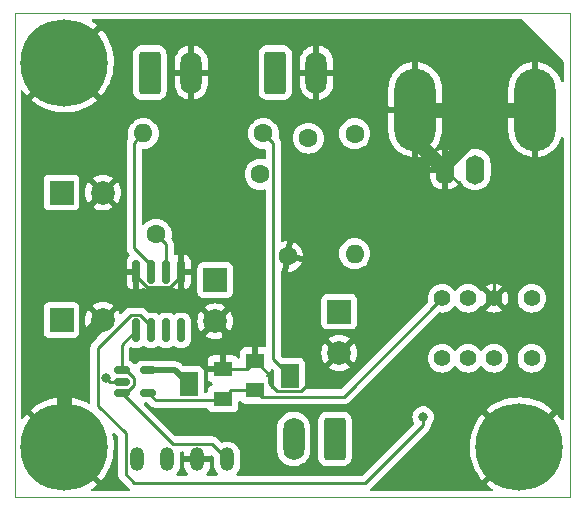
<source format=gbl>
%TF.GenerationSoftware,KiCad,Pcbnew,(6.0.7)*%
%TF.CreationDate,2022-08-25T15:43:46-04:00*%
%TF.ProjectId,chiller_interlock,6368696c-6c65-4725-9f69-6e7465726c6f,rev?*%
%TF.SameCoordinates,Original*%
%TF.FileFunction,Copper,L2,Bot*%
%TF.FilePolarity,Positive*%
%FSLAX46Y46*%
G04 Gerber Fmt 4.6, Leading zero omitted, Abs format (unit mm)*
G04 Created by KiCad (PCBNEW (6.0.7)) date 2022-08-25 15:43:46*
%MOMM*%
%LPD*%
G01*
G04 APERTURE LIST*
G04 Aperture macros list*
%AMRoundRect*
0 Rectangle with rounded corners*
0 $1 Rounding radius*
0 $2 $3 $4 $5 $6 $7 $8 $9 X,Y pos of 4 corners*
0 Add a 4 corners polygon primitive as box body*
4,1,4,$2,$3,$4,$5,$6,$7,$8,$9,$2,$3,0*
0 Add four circle primitives for the rounded corners*
1,1,$1+$1,$2,$3*
1,1,$1+$1,$4,$5*
1,1,$1+$1,$6,$7*
1,1,$1+$1,$8,$9*
0 Add four rect primitives between the rounded corners*
20,1,$1+$1,$2,$3,$4,$5,0*
20,1,$1+$1,$4,$5,$6,$7,0*
20,1,$1+$1,$6,$7,$8,$9,0*
20,1,$1+$1,$8,$9,$2,$3,0*%
%AMHorizOval*
0 Thick line with rounded ends*
0 $1 width*
0 $2 $3 position (X,Y) of the first rounded end (center of the circle)*
0 $4 $5 position (X,Y) of the second rounded end (center of the circle)*
0 Add line between two ends*
20,1,$1,$2,$3,$4,$5,0*
0 Add two circle primitives to create the rounded ends*
1,1,$1,$2,$3*
1,1,$1,$4,$5*%
G04 Aperture macros list end*
%TA.AperFunction,Profile*%
%ADD10C,0.100000*%
%TD*%
%TA.AperFunction,ComponentPad*%
%ADD11C,1.600000*%
%TD*%
%TA.AperFunction,ComponentPad*%
%ADD12HorizOval,1.600000X0.000000X0.000000X0.000000X0.000000X0*%
%TD*%
%TA.AperFunction,ComponentPad*%
%ADD13O,1.600000X2.500000*%
%TD*%
%TA.AperFunction,ComponentPad*%
%ADD14O,3.500000X7.000000*%
%TD*%
%TA.AperFunction,ComponentPad*%
%ADD15C,7.400000*%
%TD*%
%TA.AperFunction,ComponentPad*%
%ADD16O,1.200000X2.000000*%
%TD*%
%TA.AperFunction,ComponentPad*%
%ADD17C,1.400000*%
%TD*%
%TA.AperFunction,ComponentPad*%
%ADD18RoundRect,0.250000X0.650000X1.550000X-0.650000X1.550000X-0.650000X-1.550000X0.650000X-1.550000X0*%
%TD*%
%TA.AperFunction,ComponentPad*%
%ADD19O,1.800000X3.600000*%
%TD*%
%TA.AperFunction,ComponentPad*%
%ADD20R,2.000000X2.000000*%
%TD*%
%TA.AperFunction,ComponentPad*%
%ADD21C,2.000000*%
%TD*%
%TA.AperFunction,ComponentPad*%
%ADD22HorizOval,1.600000X0.000000X0.000000X0.000000X0.000000X0*%
%TD*%
%TA.AperFunction,ComponentPad*%
%ADD23RoundRect,0.250000X-0.650000X-1.550000X0.650000X-1.550000X0.650000X1.550000X-0.650000X1.550000X0*%
%TD*%
%TA.AperFunction,ComponentPad*%
%ADD24O,1.600000X1.600000*%
%TD*%
%TA.AperFunction,SMDPad,CuDef*%
%ADD25R,1.600000X1.300000*%
%TD*%
%TA.AperFunction,SMDPad,CuDef*%
%ADD26R,1.600000X2.000000*%
%TD*%
%TA.AperFunction,SMDPad,CuDef*%
%ADD27RoundRect,0.150000X-0.512500X-0.150000X0.512500X-0.150000X0.512500X0.150000X-0.512500X0.150000X0*%
%TD*%
%TA.AperFunction,SMDPad,CuDef*%
%ADD28RoundRect,0.150000X-0.150000X0.825000X-0.150000X-0.825000X0.150000X-0.825000X0.150000X0.825000X0*%
%TD*%
%TA.AperFunction,ViaPad*%
%ADD29C,0.800000*%
%TD*%
%TA.AperFunction,Conductor*%
%ADD30C,1.270000*%
%TD*%
%TA.AperFunction,Conductor*%
%ADD31C,0.250000*%
%TD*%
%TA.AperFunction,Conductor*%
%ADD32C,0.500000*%
%TD*%
G04 APERTURE END LIST*
D10*
X168000000Y-91000000D02*
X215000000Y-91000000D01*
X215000000Y-50000000D02*
X168000000Y-50000000D01*
X168000000Y-50000000D02*
X168000000Y-91000000D01*
X215000000Y-91000000D02*
X215000000Y-50000000D01*
D11*
%TO.P,R3,1*%
%TO.N,Delayed_Interlock*%
X188799409Y-63660000D03*
D12*
%TO.P,R3,2*%
%TO.N,Net-(R3-Pad2)*%
X180000591Y-68740000D03*
%TD*%
D13*
%TO.P,J4,1,In*%
%TO.N,TTL_Out*%
X207000000Y-63250000D03*
D14*
%TO.P,J4,2,Ext*%
%TO.N,GND*%
X212080000Y-58170000D03*
D13*
X204460000Y-63250000D03*
D14*
X201920000Y-58170000D03*
%TD*%
D15*
%TO.P,J5,1,Pin_1*%
%TO.N,GND*%
X210750000Y-86750000D03*
%TD*%
D16*
%TO.P,U1,1,VOUT*%
%TO.N,6V*%
X186010000Y-87800000D03*
%TO.P,U1,2,GND*%
%TO.N,GND*%
X183470000Y-87800000D03*
%TO.P,U1,3,VIN*%
%TO.N,+24V*%
X180930000Y-87800000D03*
%TO.P,U1,4,SHDN*%
%TO.N,unconnected-(U1-Pad4)*%
X178390000Y-87800000D03*
%TD*%
D17*
%TO.P,K1,1*%
%TO.N,Net-(K1-Pad1)*%
X211800000Y-74160000D03*
%TO.P,K1,2*%
%TO.N,GND*%
X208600000Y-74160000D03*
%TO.P,K1,3*%
%TO.N,TTL_Out*%
X206400000Y-74160000D03*
%TO.P,K1,4*%
%TO.N,5.5V*%
X204200000Y-74160000D03*
%TO.P,K1,5*%
%TO.N,+24V*%
X204200000Y-79240000D03*
%TO.P,K1,6*%
%TO.N,Net-(J3-Pad1)*%
X206400000Y-79240000D03*
%TO.P,K1,7*%
%TO.N,unconnected-(K1-Pad7)*%
X208600000Y-79240000D03*
%TO.P,K1,8*%
%TO.N,Coil-*%
X211800000Y-79240000D03*
%TD*%
D18*
%TO.P,J2,1,Pin_1*%
%TO.N,TTL_Out*%
X195132500Y-86057500D03*
D19*
%TO.P,J2,2,Pin_2*%
%TO.N,Delayed_Interlock*%
X191632500Y-86057500D03*
%TD*%
D20*
%TO.P,C2,1*%
%TO.N,+24V*%
X171982323Y-76000000D03*
D21*
%TO.P,C2,2*%
%TO.N,GND*%
X175482323Y-76000000D03*
%TD*%
D11*
%TO.P,R1,1*%
%TO.N,Delayed_Interlock*%
X192882133Y-60597177D03*
D22*
%TO.P,R1,2*%
%TO.N,GND*%
X191117868Y-70602824D03*
%TD*%
D23*
%TO.P,J1,1,Pin_1*%
%TO.N,+24V*%
X179467500Y-55042500D03*
D19*
%TO.P,J1,2,Pin_2*%
%TO.N,GND*%
X182967500Y-55042500D03*
%TD*%
D20*
%TO.P,C4,1*%
%TO.N,+24V*%
X171982323Y-65200000D03*
D21*
%TO.P,C4,2*%
%TO.N,GND*%
X175482323Y-65200000D03*
%TD*%
D15*
%TO.P,J7,1,Pin_1*%
%TO.N,GND*%
X172200000Y-86750000D03*
%TD*%
D11*
%TO.P,R4,1*%
%TO.N,Net-(K1-Pad1)*%
X196800000Y-60220000D03*
D24*
%TO.P,R4,2*%
%TO.N,6V*%
X196800000Y-70380000D03*
%TD*%
D20*
%TO.P,C1,1*%
%TO.N,Delayed_Interlock*%
X185000000Y-72600000D03*
D21*
%TO.P,C1,2*%
%TO.N,GND*%
X185000000Y-76100000D03*
%TD*%
D20*
%TO.P,C3,1*%
%TO.N,Delayed_Interlock*%
X195500000Y-75282323D03*
D21*
%TO.P,C3,2*%
%TO.N,GND*%
X195500000Y-78782323D03*
%TD*%
D11*
%TO.P,R2,1*%
%TO.N,Threshold*%
X189080000Y-60200000D03*
D24*
%TO.P,R2,2*%
%TO.N,Net-(R2-Pad2)*%
X178920000Y-60200000D03*
%TD*%
D15*
%TO.P,J6,1,Pin_1*%
%TO.N,GND*%
X172200000Y-54200000D03*
%TD*%
D23*
%TO.P,J3,1,Pin_1*%
%TO.N,Net-(J3-Pad1)*%
X190067500Y-55042500D03*
D19*
%TO.P,J3,2,Pin_2*%
%TO.N,GND*%
X193567500Y-55042500D03*
%TD*%
D25*
%TO.P,RV1,1,1*%
%TO.N,5.5V*%
X188400000Y-81950000D03*
D26*
%TO.P,RV1,2,2*%
%TO.N,Threshold*%
X191300000Y-80700000D03*
D25*
%TO.P,RV1,3,3*%
%TO.N,GND*%
X188400000Y-79450000D03*
%TD*%
D27*
%TO.P,U2,1,VIN*%
%TO.N,6V*%
X177062500Y-82150000D03*
%TO.P,U2,2,GND*%
%TO.N,GND*%
X177062500Y-81200000D03*
%TO.P,U2,3,EN*%
%TO.N,6V*%
X177062500Y-80250000D03*
%TO.P,U2,4,ADJ*%
%TO.N,Net-(RV2-Pad2)*%
X179337500Y-80250000D03*
%TO.P,U2,5,VOUT*%
%TO.N,5.5V*%
X179337500Y-82150000D03*
%TD*%
D28*
%TO.P,U3,1,GND*%
%TO.N,GND*%
X178295000Y-71925000D03*
%TO.P,U3,2,+*%
%TO.N,Net-(R2-Pad2)*%
X179565000Y-71925000D03*
%TO.P,U3,3,-*%
%TO.N,Net-(R3-Pad2)*%
X180835000Y-71925000D03*
%TO.P,U3,4,V-*%
%TO.N,GND*%
X182105000Y-71925000D03*
%TO.P,U3,5,BAL*%
%TO.N,unconnected-(U3-Pad5)*%
X182105000Y-76875000D03*
%TO.P,U3,6,STRB*%
%TO.N,unconnected-(U3-Pad6)*%
X180835000Y-76875000D03*
%TO.P,U3,7*%
%TO.N,Coil-*%
X179565000Y-76875000D03*
%TO.P,U3,8,V+*%
%TO.N,6V*%
X178295000Y-76875000D03*
%TD*%
D25*
%TO.P,RV2,1,1*%
%TO.N,GND*%
X185650000Y-80150000D03*
D26*
%TO.P,RV2,2,2*%
%TO.N,Net-(RV2-Pad2)*%
X182750000Y-81400000D03*
D25*
%TO.P,RV2,3,3*%
%TO.N,5.5V*%
X185650000Y-82650000D03*
%TD*%
D29*
%TO.N,GND*%
X207200000Y-72000000D03*
X207200000Y-68000000D03*
X205800000Y-76600000D03*
X175787924Y-80912076D03*
%TO.N,Coil-*%
X202600000Y-84200000D03*
%TD*%
D30*
%TO.N,GND*%
X204460000Y-62770000D02*
X204460000Y-63250000D01*
D31*
X204460000Y-65260000D02*
X204460000Y-63250000D01*
X185650000Y-80150000D02*
X185650000Y-76750000D01*
X185650000Y-80150000D02*
X187700000Y-80150000D01*
X187700000Y-80150000D02*
X188400000Y-79450000D01*
X182105000Y-73205000D02*
X185000000Y-76100000D01*
X178295000Y-72301751D02*
X179218249Y-73225000D01*
X177062500Y-81200000D02*
X176075848Y-81200000D01*
X182105000Y-72301751D02*
X182105000Y-71925000D01*
D30*
X201920000Y-58170000D02*
X212080000Y-58170000D01*
D31*
X206160000Y-76600000D02*
X205800000Y-76600000D01*
D30*
X212080000Y-58170000D02*
X209060000Y-58170000D01*
D31*
X181181751Y-73225000D02*
X182105000Y-72301751D01*
X204460000Y-69822323D02*
X195500000Y-78782323D01*
X207200000Y-72760000D02*
X207200000Y-72000000D01*
X208600000Y-74160000D02*
X207200000Y-72760000D01*
X190225000Y-82025000D02*
X189525000Y-81325000D01*
X207200000Y-68000000D02*
X204460000Y-65260000D01*
X178295000Y-71925000D02*
X178295000Y-72301751D01*
X185650000Y-76750000D02*
X185000000Y-76100000D01*
X189525000Y-81325000D02*
X189525000Y-80575000D01*
D30*
X201920000Y-58170000D02*
X201920000Y-60710000D01*
D31*
X189525000Y-80575000D02*
X188400000Y-79450000D01*
X176075848Y-81200000D02*
X175787924Y-80912076D01*
X195500000Y-78782323D02*
X192257323Y-82025000D01*
D30*
X172200000Y-86750000D02*
X172200000Y-79282323D01*
D31*
X204460000Y-63250000D02*
X204460000Y-69822323D01*
X208600000Y-67390000D02*
X204460000Y-63250000D01*
D30*
X201920000Y-60710000D02*
X204460000Y-63250000D01*
D31*
X208600000Y-74160000D02*
X208600000Y-67390000D01*
D30*
X172200000Y-79282323D02*
X175482323Y-76000000D01*
D31*
X208600000Y-74160000D02*
X206160000Y-76600000D01*
X192257323Y-82025000D02*
X190225000Y-82025000D01*
X179218249Y-73225000D02*
X181181751Y-73225000D01*
X182105000Y-71925000D02*
X182105000Y-73205000D01*
D30*
X209060000Y-58170000D02*
X204460000Y-62770000D01*
D31*
%TO.N,5.5V*%
X179987500Y-82800000D02*
X179337500Y-82150000D01*
X188400000Y-81950000D02*
X186350000Y-81950000D01*
X188925000Y-82475000D02*
X195885000Y-82475000D01*
X185500000Y-82800000D02*
X179987500Y-82800000D01*
X186350000Y-81950000D02*
X185650000Y-82650000D01*
X195885000Y-82475000D02*
X204200000Y-74160000D01*
X188400000Y-81950000D02*
X188925000Y-82475000D01*
X185650000Y-82650000D02*
X185500000Y-82800000D01*
%TO.N,Coil-*%
X202600000Y-84900000D02*
X202600000Y-84200000D01*
X175062924Y-78337076D02*
X175062924Y-83263103D01*
X177400000Y-89058602D02*
X178141398Y-89800000D01*
X179565000Y-76875000D02*
X179565000Y-76498249D01*
X179565000Y-76498249D02*
X178641751Y-75575000D01*
X175062924Y-83263103D02*
X177400000Y-85600179D01*
X197700000Y-89800000D02*
X202600000Y-84900000D01*
X177825000Y-75575000D02*
X175062924Y-78337076D01*
X177400000Y-85600179D02*
X177400000Y-89058602D01*
X178141398Y-89800000D02*
X197700000Y-89800000D01*
X178641751Y-75575000D02*
X177825000Y-75575000D01*
%TO.N,Threshold*%
X189924409Y-79324409D02*
X189924409Y-61044409D01*
X191300000Y-80700000D02*
X189924409Y-79324409D01*
X189924409Y-61044409D02*
X189080000Y-60200000D01*
%TO.N,Net-(R2-Pad2)*%
X178120001Y-60999999D02*
X178120001Y-69920001D01*
X178920000Y-60200000D02*
X178120001Y-60999999D01*
X179565000Y-71365000D02*
X179565000Y-71925000D01*
X178120001Y-69920001D02*
X179565000Y-71365000D01*
%TO.N,Net-(R3-Pad2)*%
X180835000Y-69574409D02*
X180835000Y-71925000D01*
X180000591Y-68740000D02*
X180835000Y-69574409D01*
%TO.N,6V*%
X177446751Y-80250000D02*
X177062500Y-80250000D01*
X178100000Y-81496751D02*
X178100000Y-80903249D01*
X177062500Y-82150000D02*
X181387500Y-86475000D01*
X177446751Y-82150000D02*
X178100000Y-81496751D01*
X184685000Y-86475000D02*
X186010000Y-87800000D01*
X178100000Y-80903249D02*
X177446751Y-80250000D01*
X177062500Y-80250000D02*
X177062500Y-78107500D01*
X177062500Y-82150000D02*
X177446751Y-82150000D01*
X181387500Y-86475000D02*
X184685000Y-86475000D01*
X177062500Y-78107500D02*
X178295000Y-76875000D01*
D32*
%TO.N,Net-(RV2-Pad2)*%
X179337500Y-80250000D02*
X181600000Y-80250000D01*
X181600000Y-80250000D02*
X182750000Y-81400000D01*
%TD*%
%TA.AperFunction,Conductor*%
%TO.N,GND*%
G36*
X210924431Y-50528502D02*
G01*
X210945405Y-50545405D01*
X214454595Y-54054595D01*
X214488621Y-54116907D01*
X214491500Y-54143690D01*
X214491500Y-55734752D01*
X214471498Y-55802873D01*
X214417842Y-55849366D01*
X214347568Y-55859470D01*
X214282988Y-55829976D01*
X214246365Y-55775773D01*
X214167591Y-55546995D01*
X214164350Y-55539284D01*
X214033787Y-55278556D01*
X214029566Y-55271362D01*
X213865659Y-55030180D01*
X213860526Y-55023610D01*
X213666161Y-54806225D01*
X213660205Y-54800392D01*
X213438797Y-54610622D01*
X213432116Y-54605624D01*
X213187563Y-54446809D01*
X213180273Y-54442735D01*
X212916868Y-54317662D01*
X212909100Y-54314586D01*
X212631469Y-54225448D01*
X212623363Y-54223427D01*
X212351830Y-54174571D01*
X212338571Y-54176003D01*
X212334000Y-54190613D01*
X212334000Y-62146367D01*
X212338295Y-62160996D01*
X212350272Y-62163058D01*
X212422053Y-62156778D01*
X212430292Y-62155503D01*
X212714880Y-62091890D01*
X212722877Y-62089536D01*
X212996534Y-61988850D01*
X213004172Y-61985450D01*
X213262115Y-61849451D01*
X213269213Y-61845084D01*
X213506905Y-61676165D01*
X213513372Y-61670892D01*
X213726639Y-61472017D01*
X213732351Y-61465933D01*
X213917437Y-61240607D01*
X213922292Y-61233826D01*
X214075958Y-60985987D01*
X214079871Y-60978627D01*
X214199404Y-60712654D01*
X214202314Y-60704831D01*
X214244751Y-60562480D01*
X214283381Y-60502913D01*
X214348083Y-60473687D01*
X214418315Y-60484080D01*
X214471778Y-60530794D01*
X214491500Y-60598477D01*
X214491500Y-84351160D01*
X214471498Y-84419281D01*
X214417842Y-84465774D01*
X214347568Y-84475878D01*
X214282988Y-84446384D01*
X214260546Y-84420879D01*
X214257331Y-84416039D01*
X214016722Y-84089686D01*
X214012842Y-84084929D01*
X213911935Y-83972859D01*
X213898413Y-83964528D01*
X213898337Y-83964529D01*
X213889053Y-83970158D01*
X211109210Y-86750000D01*
X210750000Y-87109210D01*
X207971055Y-89888156D01*
X207963441Y-89902100D01*
X207963496Y-89902879D01*
X207968850Y-89910929D01*
X208017180Y-89956312D01*
X208021858Y-89960294D01*
X208343106Y-90207688D01*
X208348149Y-90211193D01*
X208424090Y-90258646D01*
X208471260Y-90311707D01*
X208482255Y-90381847D01*
X208453584Y-90446797D01*
X208394350Y-90485936D01*
X208357320Y-90491500D01*
X198213200Y-90491500D01*
X198145079Y-90471498D01*
X198098586Y-90417842D01*
X198088482Y-90347568D01*
X198117976Y-90282988D01*
X198126949Y-90273648D01*
X198130694Y-90270132D01*
X198137107Y-90265472D01*
X198165298Y-90231395D01*
X198173288Y-90222616D01*
X201701639Y-86694265D01*
X206537444Y-86694265D01*
X206551593Y-87099461D01*
X206552108Y-87105595D01*
X206605734Y-87507494D01*
X206606841Y-87513531D01*
X206699429Y-87908283D01*
X206701123Y-87914193D01*
X206831789Y-88298021D01*
X206834057Y-88303746D01*
X207001546Y-88672974D01*
X207004367Y-88678464D01*
X207207094Y-89029596D01*
X207210414Y-89034749D01*
X207446454Y-89364446D01*
X207450263Y-89369251D01*
X207588298Y-89526929D01*
X207601512Y-89535327D01*
X207611307Y-89529482D01*
X210377978Y-86762812D01*
X210385592Y-86748868D01*
X210385461Y-86747035D01*
X210381210Y-86740420D01*
X207612374Y-83971585D01*
X207598430Y-83963971D01*
X207597884Y-83964010D01*
X207589526Y-83969611D01*
X207524692Y-84039625D01*
X207520734Y-84044342D01*
X207275599Y-84367297D01*
X207272121Y-84372375D01*
X207059668Y-84717713D01*
X207056703Y-84723106D01*
X206878966Y-85087521D01*
X206876540Y-85093180D01*
X206735208Y-85473211D01*
X206733350Y-85479068D01*
X206629775Y-85871085D01*
X206628500Y-85877085D01*
X206563674Y-86277331D01*
X206562987Y-86283452D01*
X206537530Y-86688089D01*
X206537444Y-86694265D01*
X201701639Y-86694265D01*
X202992247Y-85403657D01*
X203000537Y-85396113D01*
X203007018Y-85392000D01*
X203053659Y-85342332D01*
X203056413Y-85339491D01*
X203076134Y-85319770D01*
X203078612Y-85316575D01*
X203086318Y-85307553D01*
X203093470Y-85299937D01*
X203116586Y-85275321D01*
X203126346Y-85257568D01*
X203137199Y-85241045D01*
X203144753Y-85231306D01*
X203149613Y-85225041D01*
X203167176Y-85184457D01*
X203172383Y-85173827D01*
X203193695Y-85135060D01*
X203195666Y-85127383D01*
X203195668Y-85127378D01*
X203198732Y-85115442D01*
X203205138Y-85096730D01*
X203205957Y-85094839D01*
X203213181Y-85078145D01*
X203217478Y-85051019D01*
X203220097Y-85034481D01*
X203222504Y-85022860D01*
X203231528Y-84987711D01*
X203231528Y-84987710D01*
X203233500Y-84980030D01*
X203233500Y-84959769D01*
X203235051Y-84940058D01*
X203236979Y-84927885D01*
X203238219Y-84920057D01*
X203237338Y-84910740D01*
X203237553Y-84909634D01*
X203237722Y-84904242D01*
X203238592Y-84904269D01*
X203250840Y-84841041D01*
X203269139Y-84814577D01*
X203339040Y-84736944D01*
X203434527Y-84571556D01*
X203493542Y-84389928D01*
X203495909Y-84367412D01*
X203512814Y-84206565D01*
X203513504Y-84200000D01*
X203496648Y-84039625D01*
X203494232Y-84016635D01*
X203494232Y-84016633D01*
X203493542Y-84010072D01*
X203434527Y-83828444D01*
X203429205Y-83819225D01*
X203360491Y-83700210D01*
X203339040Y-83663056D01*
X203293753Y-83612759D01*
X203283742Y-83601641D01*
X207964661Y-83601641D01*
X207970411Y-83611200D01*
X210737188Y-86377978D01*
X210751132Y-86385592D01*
X210752965Y-86385461D01*
X210759580Y-86381210D01*
X213528030Y-83612759D01*
X213535644Y-83598815D01*
X213535622Y-83598505D01*
X213529769Y-83589836D01*
X213437789Y-83505846D01*
X213433051Y-83501927D01*
X213108391Y-83259050D01*
X213103285Y-83255606D01*
X212756468Y-83045566D01*
X212751072Y-83042649D01*
X212385404Y-82867449D01*
X212379737Y-82865067D01*
X211998739Y-82726396D01*
X211992851Y-82724574D01*
X211600140Y-82623742D01*
X211594117Y-82622506D01*
X211193415Y-82560474D01*
X211187328Y-82559834D01*
X210782483Y-82537200D01*
X210776331Y-82537157D01*
X210371238Y-82554135D01*
X210365112Y-82554692D01*
X209963601Y-82611121D01*
X209957548Y-82612276D01*
X209563463Y-82707615D01*
X209557566Y-82709351D01*
X209174669Y-82842690D01*
X209168956Y-82844998D01*
X208800896Y-83015065D01*
X208795442Y-83017917D01*
X208445731Y-83223091D01*
X208440583Y-83226460D01*
X208112552Y-83464788D01*
X208107782Y-83468623D01*
X207973037Y-83588255D01*
X207964661Y-83601641D01*
X203283742Y-83601641D01*
X203215675Y-83526045D01*
X203215674Y-83526044D01*
X203211253Y-83521134D01*
X203096105Y-83437474D01*
X203062094Y-83412763D01*
X203062093Y-83412762D01*
X203056752Y-83408882D01*
X203050724Y-83406198D01*
X203050722Y-83406197D01*
X202888319Y-83333891D01*
X202888318Y-83333891D01*
X202882288Y-83331206D01*
X202787975Y-83311159D01*
X202701944Y-83292872D01*
X202701939Y-83292872D01*
X202695487Y-83291500D01*
X202504513Y-83291500D01*
X202498061Y-83292872D01*
X202498056Y-83292872D01*
X202412025Y-83311159D01*
X202317712Y-83331206D01*
X202311682Y-83333891D01*
X202311681Y-83333891D01*
X202149278Y-83406197D01*
X202149276Y-83406198D01*
X202143248Y-83408882D01*
X202137907Y-83412762D01*
X202137906Y-83412763D01*
X202103895Y-83437474D01*
X201988747Y-83521134D01*
X201984326Y-83526044D01*
X201984325Y-83526045D01*
X201906248Y-83612759D01*
X201860960Y-83663056D01*
X201839509Y-83700210D01*
X201770796Y-83819225D01*
X201765473Y-83828444D01*
X201706458Y-84010072D01*
X201705768Y-84016633D01*
X201705768Y-84016635D01*
X201703352Y-84039625D01*
X201686496Y-84200000D01*
X201687186Y-84206565D01*
X201704092Y-84367412D01*
X201706458Y-84389928D01*
X201765473Y-84571556D01*
X201814886Y-84657141D01*
X201831623Y-84726134D01*
X201808403Y-84793226D01*
X201794861Y-84809234D01*
X197474500Y-89129595D01*
X197412188Y-89163621D01*
X197385405Y-89166500D01*
X186914380Y-89166500D01*
X186846259Y-89146498D01*
X186799766Y-89092842D01*
X186789662Y-89022568D01*
X186823362Y-88953369D01*
X186879736Y-88894480D01*
X186883881Y-88890150D01*
X186998620Y-88712452D01*
X187077686Y-88516263D01*
X187118228Y-88308663D01*
X187118500Y-88303101D01*
X187118500Y-87347154D01*
X187103452Y-87189434D01*
X187053016Y-87017512D01*
X190224000Y-87017512D01*
X190239117Y-87195675D01*
X190240457Y-87200839D01*
X190240458Y-87200843D01*
X190278434Y-87347154D01*
X190299168Y-87427040D01*
X190301360Y-87431906D01*
X190394918Y-87639596D01*
X190397343Y-87644980D01*
X190530834Y-87843262D01*
X190695826Y-88016218D01*
X190887600Y-88158902D01*
X190892351Y-88161318D01*
X190892355Y-88161320D01*
X191078244Y-88255830D01*
X191100672Y-88267233D01*
X191203139Y-88299050D01*
X191323849Y-88336532D01*
X191323855Y-88336533D01*
X191328952Y-88338116D01*
X191456383Y-88355006D01*
X191560627Y-88368823D01*
X191560631Y-88368823D01*
X191565911Y-88369523D01*
X191571240Y-88369323D01*
X191571241Y-88369323D01*
X191669009Y-88365652D01*
X191804774Y-88360555D01*
X191891684Y-88342319D01*
X192033484Y-88312567D01*
X192033487Y-88312566D01*
X192038711Y-88311470D01*
X192261033Y-88223671D01*
X192465383Y-88099668D01*
X192512854Y-88058475D01*
X192641886Y-87946507D01*
X192641888Y-87946505D01*
X192645919Y-87943007D01*
X192649302Y-87938881D01*
X192649306Y-87938877D01*
X192787608Y-87770204D01*
X192797478Y-87758167D01*
X192854554Y-87657900D01*
X193724000Y-87657900D01*
X193734974Y-87763666D01*
X193790950Y-87931446D01*
X193884022Y-88081848D01*
X194009197Y-88206805D01*
X194015427Y-88210645D01*
X194015428Y-88210646D01*
X194152590Y-88295194D01*
X194159762Y-88299615D01*
X194200334Y-88313072D01*
X194321111Y-88353132D01*
X194321113Y-88353132D01*
X194327639Y-88355297D01*
X194334475Y-88355997D01*
X194334478Y-88355998D01*
X194377531Y-88360409D01*
X194432100Y-88366000D01*
X195832900Y-88366000D01*
X195836146Y-88365663D01*
X195836150Y-88365663D01*
X195931808Y-88355738D01*
X195931812Y-88355737D01*
X195938666Y-88355026D01*
X195945202Y-88352845D01*
X195945204Y-88352845D01*
X196094304Y-88303101D01*
X196106446Y-88299050D01*
X196256848Y-88205978D01*
X196381805Y-88080803D01*
X196385646Y-88074572D01*
X196470775Y-87936468D01*
X196470776Y-87936466D01*
X196474615Y-87930238D01*
X196502184Y-87847121D01*
X196528132Y-87768889D01*
X196528132Y-87768887D01*
X196530297Y-87762361D01*
X196541000Y-87657900D01*
X196541000Y-84457100D01*
X196534682Y-84396206D01*
X196530738Y-84358192D01*
X196530737Y-84358188D01*
X196530026Y-84351334D01*
X196474050Y-84183554D01*
X196380978Y-84033152D01*
X196255803Y-83908195D01*
X196232934Y-83894098D01*
X196111468Y-83819225D01*
X196111466Y-83819224D01*
X196105238Y-83815385D01*
X195993936Y-83778468D01*
X195943889Y-83761868D01*
X195943887Y-83761868D01*
X195937361Y-83759703D01*
X195930525Y-83759003D01*
X195930522Y-83759002D01*
X195884091Y-83754245D01*
X195832900Y-83749000D01*
X194432100Y-83749000D01*
X194428854Y-83749337D01*
X194428850Y-83749337D01*
X194333192Y-83759262D01*
X194333188Y-83759263D01*
X194326334Y-83759974D01*
X194319798Y-83762155D01*
X194319796Y-83762155D01*
X194209446Y-83798971D01*
X194158554Y-83815950D01*
X194008152Y-83909022D01*
X193883195Y-84034197D01*
X193879355Y-84040427D01*
X193879354Y-84040428D01*
X193841007Y-84102639D01*
X193790385Y-84184762D01*
X193785331Y-84200000D01*
X193761537Y-84271738D01*
X193734703Y-84352639D01*
X193724000Y-84457100D01*
X193724000Y-87657900D01*
X192854554Y-87657900D01*
X192915727Y-87550434D01*
X192997284Y-87325747D01*
X193002710Y-87295742D01*
X193039080Y-87094615D01*
X193039081Y-87094607D01*
X193039818Y-87090531D01*
X193041000Y-87065468D01*
X193041000Y-85097488D01*
X193025883Y-84919325D01*
X193024026Y-84912169D01*
X192967173Y-84693125D01*
X192967171Y-84693120D01*
X192965832Y-84687960D01*
X192915974Y-84577279D01*
X192869847Y-84474881D01*
X192869846Y-84474878D01*
X192867657Y-84470020D01*
X192734166Y-84271738D01*
X192569174Y-84098782D01*
X192377400Y-83956098D01*
X192372649Y-83953682D01*
X192372645Y-83953680D01*
X192169086Y-83850186D01*
X192169085Y-83850186D01*
X192164328Y-83847767D01*
X192021862Y-83803530D01*
X191941151Y-83778468D01*
X191941145Y-83778467D01*
X191936048Y-83776884D01*
X191801132Y-83759002D01*
X191704373Y-83746177D01*
X191704369Y-83746177D01*
X191699089Y-83745477D01*
X191693760Y-83745677D01*
X191693759Y-83745677D01*
X191596517Y-83749328D01*
X191460226Y-83754445D01*
X191373316Y-83772681D01*
X191231516Y-83802433D01*
X191231513Y-83802434D01*
X191226289Y-83803530D01*
X191003967Y-83891329D01*
X190799617Y-84015332D01*
X190795587Y-84018829D01*
X190713932Y-84089686D01*
X190619081Y-84171993D01*
X190615698Y-84176119D01*
X190615694Y-84176123D01*
X190537295Y-84271738D01*
X190467522Y-84356833D01*
X190464883Y-84361469D01*
X190464881Y-84361472D01*
X190441896Y-84401851D01*
X190349273Y-84564566D01*
X190267716Y-84789253D01*
X190266767Y-84794502D01*
X190266766Y-84794505D01*
X190225920Y-85020385D01*
X190225919Y-85020393D01*
X190225182Y-85024469D01*
X190224000Y-85049532D01*
X190224000Y-87017512D01*
X187053016Y-87017512D01*
X187043908Y-86986466D01*
X186990368Y-86882511D01*
X186949804Y-86803751D01*
X186949802Y-86803748D01*
X186947058Y-86798420D01*
X186816396Y-86632080D01*
X186811865Y-86628148D01*
X186811862Y-86628145D01*
X186661167Y-86497379D01*
X186656637Y-86493448D01*
X186651451Y-86490448D01*
X186651447Y-86490445D01*
X186478742Y-86390533D01*
X186473546Y-86387527D01*
X186273729Y-86318139D01*
X186267794Y-86317278D01*
X186267792Y-86317278D01*
X186070336Y-86288648D01*
X186070333Y-86288648D01*
X186064396Y-86287787D01*
X185853101Y-86297567D01*
X185721923Y-86329181D01*
X185653299Y-86345719D01*
X185653297Y-86345720D01*
X185647466Y-86347125D01*
X185642008Y-86349607D01*
X185642004Y-86349608D01*
X185622171Y-86358626D01*
X185593299Y-86371753D01*
X185523010Y-86381741D01*
X185458478Y-86352141D01*
X185452053Y-86346148D01*
X185188652Y-86082747D01*
X185181112Y-86074461D01*
X185177000Y-86067982D01*
X185127348Y-86021356D01*
X185124507Y-86018602D01*
X185104770Y-85998865D01*
X185101573Y-85996385D01*
X185092551Y-85988680D01*
X185066100Y-85963841D01*
X185060321Y-85958414D01*
X185053375Y-85954595D01*
X185053372Y-85954593D01*
X185042566Y-85948652D01*
X185026047Y-85937801D01*
X185022097Y-85934737D01*
X185010041Y-85925386D01*
X185002772Y-85922241D01*
X185002768Y-85922238D01*
X184969463Y-85907826D01*
X184958813Y-85902609D01*
X184920060Y-85881305D01*
X184900437Y-85876267D01*
X184881734Y-85869863D01*
X184870420Y-85864967D01*
X184870419Y-85864967D01*
X184863145Y-85861819D01*
X184855322Y-85860580D01*
X184855312Y-85860577D01*
X184819476Y-85854901D01*
X184807856Y-85852495D01*
X184772711Y-85843472D01*
X184772710Y-85843472D01*
X184765030Y-85841500D01*
X184744776Y-85841500D01*
X184725065Y-85839949D01*
X184712886Y-85838020D01*
X184705057Y-85836780D01*
X184697165Y-85837526D01*
X184661039Y-85840941D01*
X184649181Y-85841500D01*
X181702094Y-85841500D01*
X181633973Y-85821498D01*
X181612999Y-85804595D01*
X178982000Y-83173595D01*
X178947974Y-83111283D01*
X178953039Y-83040467D01*
X178995586Y-82983632D01*
X179062106Y-82958821D01*
X179071095Y-82958500D01*
X179197905Y-82958500D01*
X179266026Y-82978502D01*
X179287000Y-82995405D01*
X179483848Y-83192253D01*
X179491388Y-83200539D01*
X179495500Y-83207018D01*
X179501277Y-83212443D01*
X179545151Y-83253643D01*
X179547993Y-83256398D01*
X179567730Y-83276135D01*
X179570927Y-83278615D01*
X179579947Y-83286318D01*
X179612179Y-83316586D01*
X179619125Y-83320405D01*
X179619128Y-83320407D01*
X179629934Y-83326348D01*
X179646453Y-83337199D01*
X179662459Y-83349614D01*
X179669728Y-83352759D01*
X179669732Y-83352762D01*
X179703037Y-83367174D01*
X179713687Y-83372391D01*
X179752440Y-83393695D01*
X179760115Y-83395666D01*
X179760116Y-83395666D01*
X179772062Y-83398733D01*
X179790766Y-83405137D01*
X179799421Y-83408882D01*
X179809355Y-83413181D01*
X179817178Y-83414420D01*
X179817188Y-83414423D01*
X179853024Y-83420099D01*
X179864644Y-83422505D01*
X179899789Y-83431528D01*
X179907470Y-83433500D01*
X179927724Y-83433500D01*
X179947434Y-83435051D01*
X179967443Y-83438220D01*
X179975335Y-83437474D01*
X180011461Y-83434059D01*
X180023319Y-83433500D01*
X184269618Y-83433500D01*
X184337739Y-83453502D01*
X184384232Y-83507158D01*
X184387599Y-83515269D01*
X184396231Y-83538293D01*
X184399385Y-83546705D01*
X184486739Y-83663261D01*
X184603295Y-83750615D01*
X184739684Y-83801745D01*
X184801866Y-83808500D01*
X186498134Y-83808500D01*
X186560316Y-83801745D01*
X186696705Y-83750615D01*
X186813261Y-83663261D01*
X186900615Y-83546705D01*
X186951745Y-83410316D01*
X186958500Y-83348134D01*
X186958500Y-82970226D01*
X186978502Y-82902105D01*
X187032158Y-82855612D01*
X187102432Y-82845508D01*
X187167012Y-82875002D01*
X187185326Y-82894661D01*
X187219660Y-82940472D01*
X187236739Y-82963261D01*
X187353295Y-83050615D01*
X187489684Y-83101745D01*
X187551866Y-83108500D01*
X188865224Y-83108500D01*
X188884934Y-83110051D01*
X188904943Y-83113220D01*
X188912835Y-83112474D01*
X188931580Y-83110702D01*
X188948962Y-83109059D01*
X188960819Y-83108500D01*
X195806233Y-83108500D01*
X195817416Y-83109027D01*
X195824909Y-83110702D01*
X195832835Y-83110453D01*
X195832836Y-83110453D01*
X195892986Y-83108562D01*
X195896945Y-83108500D01*
X195924856Y-83108500D01*
X195928791Y-83108003D01*
X195928856Y-83107995D01*
X195940693Y-83107062D01*
X195972951Y-83106048D01*
X195976970Y-83105922D01*
X195984889Y-83105673D01*
X196004343Y-83100021D01*
X196023700Y-83096013D01*
X196035930Y-83094468D01*
X196035931Y-83094468D01*
X196043797Y-83093474D01*
X196051168Y-83090555D01*
X196051170Y-83090555D01*
X196084912Y-83077196D01*
X196096142Y-83073351D01*
X196130983Y-83063229D01*
X196130984Y-83063229D01*
X196138593Y-83061018D01*
X196145412Y-83056985D01*
X196145417Y-83056983D01*
X196156028Y-83050707D01*
X196173776Y-83042012D01*
X196192617Y-83034552D01*
X196205626Y-83025101D01*
X196228387Y-83008564D01*
X196238307Y-83002048D01*
X196269535Y-82983580D01*
X196269538Y-82983578D01*
X196276362Y-82979542D01*
X196290683Y-82965221D01*
X196305717Y-82952380D01*
X196315694Y-82945131D01*
X196322107Y-82940472D01*
X196350298Y-82906395D01*
X196358288Y-82897616D01*
X200015904Y-79240000D01*
X202986884Y-79240000D01*
X203005314Y-79450655D01*
X203006738Y-79455968D01*
X203006738Y-79455970D01*
X203056255Y-79640768D01*
X203060044Y-79654910D01*
X203062366Y-79659891D01*
X203062367Y-79659892D01*
X203144674Y-79836399D01*
X203149411Y-79846558D01*
X203270699Y-80019776D01*
X203420224Y-80169301D01*
X203593442Y-80290589D01*
X203598420Y-80292910D01*
X203598423Y-80292912D01*
X203771247Y-80373501D01*
X203785090Y-80379956D01*
X203790398Y-80381378D01*
X203790400Y-80381379D01*
X203984030Y-80433262D01*
X203984032Y-80433262D01*
X203989345Y-80434686D01*
X204200000Y-80453116D01*
X204410655Y-80434686D01*
X204415968Y-80433262D01*
X204415970Y-80433262D01*
X204609600Y-80381379D01*
X204609602Y-80381378D01*
X204614910Y-80379956D01*
X204628753Y-80373501D01*
X204801577Y-80292912D01*
X204801580Y-80292910D01*
X204806558Y-80290589D01*
X204979776Y-80169301D01*
X205129301Y-80019776D01*
X205196788Y-79923394D01*
X205252244Y-79879067D01*
X205322863Y-79871758D01*
X205386224Y-79903789D01*
X205403211Y-79923393D01*
X205470699Y-80019776D01*
X205620224Y-80169301D01*
X205793442Y-80290589D01*
X205798420Y-80292910D01*
X205798423Y-80292912D01*
X205971247Y-80373501D01*
X205985090Y-80379956D01*
X205990398Y-80381378D01*
X205990400Y-80381379D01*
X206184030Y-80433262D01*
X206184032Y-80433262D01*
X206189345Y-80434686D01*
X206400000Y-80453116D01*
X206610655Y-80434686D01*
X206615968Y-80433262D01*
X206615970Y-80433262D01*
X206809600Y-80381379D01*
X206809602Y-80381378D01*
X206814910Y-80379956D01*
X206828753Y-80373501D01*
X207001577Y-80292912D01*
X207001580Y-80292910D01*
X207006558Y-80290589D01*
X207179776Y-80169301D01*
X207329301Y-80019776D01*
X207396788Y-79923394D01*
X207452244Y-79879067D01*
X207522863Y-79871758D01*
X207586224Y-79903789D01*
X207603211Y-79923393D01*
X207670699Y-80019776D01*
X207820224Y-80169301D01*
X207993442Y-80290589D01*
X207998420Y-80292910D01*
X207998423Y-80292912D01*
X208171247Y-80373501D01*
X208185090Y-80379956D01*
X208190398Y-80381378D01*
X208190400Y-80381379D01*
X208384030Y-80433262D01*
X208384032Y-80433262D01*
X208389345Y-80434686D01*
X208600000Y-80453116D01*
X208810655Y-80434686D01*
X208815968Y-80433262D01*
X208815970Y-80433262D01*
X209009600Y-80381379D01*
X209009602Y-80381378D01*
X209014910Y-80379956D01*
X209028753Y-80373501D01*
X209201577Y-80292912D01*
X209201580Y-80292910D01*
X209206558Y-80290589D01*
X209379776Y-80169301D01*
X209529301Y-80019776D01*
X209650589Y-79846558D01*
X209655327Y-79836399D01*
X209737633Y-79659892D01*
X209737634Y-79659891D01*
X209739956Y-79654910D01*
X209743746Y-79640768D01*
X209793262Y-79455970D01*
X209793262Y-79455968D01*
X209794686Y-79450655D01*
X209813116Y-79240000D01*
X210586884Y-79240000D01*
X210605314Y-79450655D01*
X210606738Y-79455968D01*
X210606738Y-79455970D01*
X210656255Y-79640768D01*
X210660044Y-79654910D01*
X210662366Y-79659891D01*
X210662367Y-79659892D01*
X210744674Y-79836399D01*
X210749411Y-79846558D01*
X210870699Y-80019776D01*
X211020224Y-80169301D01*
X211193442Y-80290589D01*
X211198420Y-80292910D01*
X211198423Y-80292912D01*
X211371247Y-80373501D01*
X211385090Y-80379956D01*
X211390398Y-80381378D01*
X211390400Y-80381379D01*
X211584030Y-80433262D01*
X211584032Y-80433262D01*
X211589345Y-80434686D01*
X211800000Y-80453116D01*
X212010655Y-80434686D01*
X212015968Y-80433262D01*
X212015970Y-80433262D01*
X212209600Y-80381379D01*
X212209602Y-80381378D01*
X212214910Y-80379956D01*
X212228753Y-80373501D01*
X212401577Y-80292912D01*
X212401580Y-80292910D01*
X212406558Y-80290589D01*
X212579776Y-80169301D01*
X212729301Y-80019776D01*
X212850589Y-79846558D01*
X212855327Y-79836399D01*
X212937633Y-79659892D01*
X212937634Y-79659891D01*
X212939956Y-79654910D01*
X212943746Y-79640768D01*
X212993262Y-79455970D01*
X212993262Y-79455968D01*
X212994686Y-79450655D01*
X213013116Y-79240000D01*
X212994686Y-79029345D01*
X212985450Y-78994877D01*
X212941379Y-78830400D01*
X212941378Y-78830398D01*
X212939956Y-78825090D01*
X212914039Y-78769511D01*
X212852912Y-78638423D01*
X212852910Y-78638420D01*
X212850589Y-78633442D01*
X212729301Y-78460224D01*
X212579776Y-78310699D01*
X212406558Y-78189411D01*
X212401580Y-78187090D01*
X212401577Y-78187088D01*
X212219892Y-78102367D01*
X212219891Y-78102366D01*
X212214910Y-78100044D01*
X212209602Y-78098622D01*
X212209600Y-78098621D01*
X212015970Y-78046738D01*
X212015968Y-78046738D01*
X212010655Y-78045314D01*
X211800000Y-78026884D01*
X211589345Y-78045314D01*
X211584032Y-78046738D01*
X211584030Y-78046738D01*
X211390400Y-78098621D01*
X211390398Y-78098622D01*
X211385090Y-78100044D01*
X211380109Y-78102366D01*
X211380108Y-78102367D01*
X211198423Y-78187088D01*
X211198420Y-78187090D01*
X211193442Y-78189411D01*
X211020224Y-78310699D01*
X210870699Y-78460224D01*
X210749411Y-78633442D01*
X210747090Y-78638420D01*
X210747088Y-78638423D01*
X210685961Y-78769511D01*
X210660044Y-78825090D01*
X210658622Y-78830398D01*
X210658621Y-78830400D01*
X210614550Y-78994877D01*
X210605314Y-79029345D01*
X210586884Y-79240000D01*
X209813116Y-79240000D01*
X209794686Y-79029345D01*
X209785450Y-78994877D01*
X209741379Y-78830400D01*
X209741378Y-78830398D01*
X209739956Y-78825090D01*
X209714039Y-78769511D01*
X209652912Y-78638423D01*
X209652910Y-78638420D01*
X209650589Y-78633442D01*
X209529301Y-78460224D01*
X209379776Y-78310699D01*
X209206558Y-78189411D01*
X209201580Y-78187090D01*
X209201577Y-78187088D01*
X209019892Y-78102367D01*
X209019891Y-78102366D01*
X209014910Y-78100044D01*
X209009602Y-78098622D01*
X209009600Y-78098621D01*
X208815970Y-78046738D01*
X208815968Y-78046738D01*
X208810655Y-78045314D01*
X208600000Y-78026884D01*
X208389345Y-78045314D01*
X208384032Y-78046738D01*
X208384030Y-78046738D01*
X208190400Y-78098621D01*
X208190398Y-78098622D01*
X208185090Y-78100044D01*
X208180109Y-78102366D01*
X208180108Y-78102367D01*
X207998423Y-78187088D01*
X207998420Y-78187090D01*
X207993442Y-78189411D01*
X207820224Y-78310699D01*
X207670699Y-78460224D01*
X207607401Y-78550624D01*
X207603213Y-78556605D01*
X207547756Y-78600933D01*
X207477137Y-78608242D01*
X207413776Y-78576211D01*
X207396787Y-78556605D01*
X207392599Y-78550624D01*
X207329301Y-78460224D01*
X207179776Y-78310699D01*
X207006558Y-78189411D01*
X207001580Y-78187090D01*
X207001577Y-78187088D01*
X206819892Y-78102367D01*
X206819891Y-78102366D01*
X206814910Y-78100044D01*
X206809602Y-78098622D01*
X206809600Y-78098621D01*
X206615970Y-78046738D01*
X206615968Y-78046738D01*
X206610655Y-78045314D01*
X206400000Y-78026884D01*
X206189345Y-78045314D01*
X206184032Y-78046738D01*
X206184030Y-78046738D01*
X205990400Y-78098621D01*
X205990398Y-78098622D01*
X205985090Y-78100044D01*
X205980109Y-78102366D01*
X205980108Y-78102367D01*
X205798423Y-78187088D01*
X205798420Y-78187090D01*
X205793442Y-78189411D01*
X205620224Y-78310699D01*
X205470699Y-78460224D01*
X205407401Y-78550624D01*
X205403213Y-78556605D01*
X205347756Y-78600933D01*
X205277137Y-78608242D01*
X205213776Y-78576211D01*
X205196787Y-78556605D01*
X205192599Y-78550624D01*
X205129301Y-78460224D01*
X204979776Y-78310699D01*
X204806558Y-78189411D01*
X204801580Y-78187090D01*
X204801577Y-78187088D01*
X204619892Y-78102367D01*
X204619891Y-78102366D01*
X204614910Y-78100044D01*
X204609602Y-78098622D01*
X204609600Y-78098621D01*
X204415970Y-78046738D01*
X204415968Y-78046738D01*
X204410655Y-78045314D01*
X204200000Y-78026884D01*
X203989345Y-78045314D01*
X203984032Y-78046738D01*
X203984030Y-78046738D01*
X203790400Y-78098621D01*
X203790398Y-78098622D01*
X203785090Y-78100044D01*
X203780109Y-78102366D01*
X203780108Y-78102367D01*
X203598423Y-78187088D01*
X203598420Y-78187090D01*
X203593442Y-78189411D01*
X203420224Y-78310699D01*
X203270699Y-78460224D01*
X203149411Y-78633442D01*
X203147090Y-78638420D01*
X203147088Y-78638423D01*
X203085961Y-78769511D01*
X203060044Y-78825090D01*
X203058622Y-78830398D01*
X203058621Y-78830400D01*
X203014550Y-78994877D01*
X203005314Y-79029345D01*
X202986884Y-79240000D01*
X200015904Y-79240000D01*
X203868462Y-75387443D01*
X203930774Y-75353417D01*
X203979439Y-75352453D01*
X203984039Y-75353264D01*
X203989345Y-75354686D01*
X203994812Y-75355164D01*
X203994816Y-75355165D01*
X204194525Y-75372637D01*
X204200000Y-75373116D01*
X204410655Y-75354686D01*
X204415968Y-75353262D01*
X204415970Y-75353262D01*
X204609600Y-75301379D01*
X204609602Y-75301378D01*
X204614910Y-75299956D01*
X204620908Y-75297159D01*
X204801577Y-75212912D01*
X204801580Y-75212910D01*
X204806558Y-75210589D01*
X204979776Y-75089301D01*
X205129301Y-74939776D01*
X205196788Y-74843394D01*
X205252244Y-74799067D01*
X205322863Y-74791758D01*
X205386224Y-74823789D01*
X205403211Y-74843393D01*
X205470699Y-74939776D01*
X205620224Y-75089301D01*
X205793442Y-75210589D01*
X205798420Y-75212910D01*
X205798423Y-75212912D01*
X205979092Y-75297159D01*
X205985090Y-75299956D01*
X205990398Y-75301378D01*
X205990400Y-75301379D01*
X206184030Y-75353262D01*
X206184032Y-75353262D01*
X206189345Y-75354686D01*
X206400000Y-75373116D01*
X206610655Y-75354686D01*
X206615968Y-75353262D01*
X206615970Y-75353262D01*
X206809600Y-75301379D01*
X206809602Y-75301378D01*
X206814910Y-75299956D01*
X206820908Y-75297159D01*
X207001577Y-75212912D01*
X207001580Y-75212910D01*
X207006558Y-75210589D01*
X207058440Y-75174261D01*
X207950294Y-75174261D01*
X207959590Y-75186276D01*
X207989189Y-75207001D01*
X207998677Y-75212479D01*
X208180277Y-75297159D01*
X208190571Y-75300907D01*
X208384122Y-75352769D01*
X208394909Y-75354671D01*
X208594525Y-75372135D01*
X208605475Y-75372135D01*
X208805091Y-75354671D01*
X208815878Y-75352769D01*
X209009429Y-75300907D01*
X209019723Y-75297159D01*
X209201323Y-75212479D01*
X209210811Y-75207001D01*
X209241248Y-75185689D01*
X209249623Y-75175212D01*
X209242554Y-75161764D01*
X208612812Y-74532022D01*
X208598868Y-74524408D01*
X208597035Y-74524539D01*
X208590420Y-74528790D01*
X207956724Y-75162486D01*
X207950294Y-75174261D01*
X207058440Y-75174261D01*
X207179776Y-75089301D01*
X207329301Y-74939776D01*
X207402403Y-74835375D01*
X207457860Y-74791046D01*
X207528479Y-74783737D01*
X207584285Y-74809222D01*
X207584787Y-74809623D01*
X207598236Y-74802554D01*
X208227978Y-74172812D01*
X208234356Y-74161132D01*
X208964408Y-74161132D01*
X208964539Y-74162965D01*
X208968790Y-74169580D01*
X209602486Y-74803276D01*
X209614261Y-74809706D01*
X209626276Y-74800410D01*
X209647001Y-74770811D01*
X209652479Y-74761323D01*
X209737159Y-74579723D01*
X209740907Y-74569429D01*
X209792769Y-74375878D01*
X209794671Y-74365091D01*
X209812135Y-74165475D01*
X209812135Y-74160000D01*
X210586884Y-74160000D01*
X210605314Y-74370655D01*
X210606738Y-74375968D01*
X210606738Y-74375970D01*
X210653205Y-74549385D01*
X210660044Y-74574910D01*
X210662366Y-74579891D01*
X210662367Y-74579892D01*
X210746204Y-74759680D01*
X210749411Y-74766558D01*
X210870699Y-74939776D01*
X211020224Y-75089301D01*
X211193442Y-75210589D01*
X211198420Y-75212910D01*
X211198423Y-75212912D01*
X211379092Y-75297159D01*
X211385090Y-75299956D01*
X211390398Y-75301378D01*
X211390400Y-75301379D01*
X211584030Y-75353262D01*
X211584032Y-75353262D01*
X211589345Y-75354686D01*
X211800000Y-75373116D01*
X212010655Y-75354686D01*
X212015968Y-75353262D01*
X212015970Y-75353262D01*
X212209600Y-75301379D01*
X212209602Y-75301378D01*
X212214910Y-75299956D01*
X212220908Y-75297159D01*
X212401577Y-75212912D01*
X212401580Y-75212910D01*
X212406558Y-75210589D01*
X212579776Y-75089301D01*
X212729301Y-74939776D01*
X212850589Y-74766558D01*
X212853797Y-74759680D01*
X212937633Y-74579892D01*
X212937634Y-74579891D01*
X212939956Y-74574910D01*
X212946796Y-74549385D01*
X212993262Y-74375970D01*
X212993262Y-74375968D01*
X212994686Y-74370655D01*
X213013116Y-74160000D01*
X212994686Y-73949345D01*
X212964931Y-73838297D01*
X212941379Y-73750400D01*
X212941378Y-73750398D01*
X212939956Y-73745090D01*
X212894745Y-73648134D01*
X212852912Y-73558423D01*
X212852910Y-73558420D01*
X212850589Y-73553442D01*
X212729301Y-73380224D01*
X212579776Y-73230699D01*
X212406558Y-73109411D01*
X212401580Y-73107090D01*
X212401577Y-73107088D01*
X212219892Y-73022367D01*
X212219891Y-73022366D01*
X212214910Y-73020044D01*
X212209602Y-73018622D01*
X212209600Y-73018621D01*
X212015970Y-72966738D01*
X212015968Y-72966738D01*
X212010655Y-72965314D01*
X211800000Y-72946884D01*
X211589345Y-72965314D01*
X211584032Y-72966738D01*
X211584030Y-72966738D01*
X211390400Y-73018621D01*
X211390398Y-73018622D01*
X211385090Y-73020044D01*
X211380109Y-73022366D01*
X211380108Y-73022367D01*
X211198423Y-73107088D01*
X211198420Y-73107090D01*
X211193442Y-73109411D01*
X211020224Y-73230699D01*
X210870699Y-73380224D01*
X210749411Y-73553442D01*
X210747090Y-73558420D01*
X210747088Y-73558423D01*
X210705255Y-73648134D01*
X210660044Y-73745090D01*
X210658622Y-73750398D01*
X210658621Y-73750400D01*
X210635069Y-73838297D01*
X210605314Y-73949345D01*
X210586884Y-74160000D01*
X209812135Y-74160000D01*
X209812135Y-74154525D01*
X209794671Y-73954909D01*
X209792769Y-73944122D01*
X209740907Y-73750571D01*
X209737159Y-73740277D01*
X209652479Y-73558677D01*
X209647001Y-73549189D01*
X209625689Y-73518752D01*
X209615212Y-73510377D01*
X209601764Y-73517446D01*
X208972022Y-74147188D01*
X208964408Y-74161132D01*
X208234356Y-74161132D01*
X208235592Y-74158868D01*
X208235461Y-74157035D01*
X208231210Y-74150420D01*
X207597514Y-73516724D01*
X207585739Y-73510294D01*
X207582997Y-73512415D01*
X207516879Y-73538278D01*
X207447274Y-73524288D01*
X207402685Y-73485028D01*
X207396787Y-73476605D01*
X207329301Y-73380224D01*
X207179776Y-73230699D01*
X207057082Y-73144788D01*
X207950377Y-73144788D01*
X207957446Y-73158236D01*
X208587188Y-73787978D01*
X208601132Y-73795592D01*
X208602965Y-73795461D01*
X208609580Y-73791210D01*
X209243276Y-73157514D01*
X209249706Y-73145739D01*
X209240410Y-73133724D01*
X209210811Y-73112999D01*
X209201323Y-73107521D01*
X209019723Y-73022841D01*
X209009429Y-73019093D01*
X208815878Y-72967231D01*
X208805091Y-72965329D01*
X208605475Y-72947865D01*
X208594525Y-72947865D01*
X208394909Y-72965329D01*
X208384122Y-72967231D01*
X208190571Y-73019093D01*
X208180277Y-73022841D01*
X207998677Y-73107521D01*
X207989189Y-73112999D01*
X207958752Y-73134311D01*
X207950377Y-73144788D01*
X207057082Y-73144788D01*
X207006558Y-73109411D01*
X207001580Y-73107090D01*
X207001577Y-73107088D01*
X206819892Y-73022367D01*
X206819891Y-73022366D01*
X206814910Y-73020044D01*
X206809602Y-73018622D01*
X206809600Y-73018621D01*
X206615970Y-72966738D01*
X206615968Y-72966738D01*
X206610655Y-72965314D01*
X206400000Y-72946884D01*
X206189345Y-72965314D01*
X206184032Y-72966738D01*
X206184030Y-72966738D01*
X205990400Y-73018621D01*
X205990398Y-73018622D01*
X205985090Y-73020044D01*
X205980109Y-73022366D01*
X205980108Y-73022367D01*
X205798423Y-73107088D01*
X205798420Y-73107090D01*
X205793442Y-73109411D01*
X205620224Y-73230699D01*
X205470699Y-73380224D01*
X205403213Y-73476605D01*
X205347756Y-73520933D01*
X205277137Y-73528242D01*
X205213776Y-73496211D01*
X205196787Y-73476605D01*
X205129301Y-73380224D01*
X204979776Y-73230699D01*
X204806558Y-73109411D01*
X204801580Y-73107090D01*
X204801577Y-73107088D01*
X204619892Y-73022367D01*
X204619891Y-73022366D01*
X204614910Y-73020044D01*
X204609602Y-73018622D01*
X204609600Y-73018621D01*
X204415970Y-72966738D01*
X204415968Y-72966738D01*
X204410655Y-72965314D01*
X204200000Y-72946884D01*
X203989345Y-72965314D01*
X203984032Y-72966738D01*
X203984030Y-72966738D01*
X203790400Y-73018621D01*
X203790398Y-73018622D01*
X203785090Y-73020044D01*
X203780109Y-73022366D01*
X203780108Y-73022367D01*
X203598423Y-73107088D01*
X203598420Y-73107090D01*
X203593442Y-73109411D01*
X203420224Y-73230699D01*
X203270699Y-73380224D01*
X203149411Y-73553442D01*
X203147090Y-73558420D01*
X203147088Y-73558423D01*
X203105255Y-73648134D01*
X203060044Y-73745090D01*
X203058622Y-73750398D01*
X203058621Y-73750400D01*
X203035069Y-73838297D01*
X203005314Y-73949345D01*
X202986884Y-74160000D01*
X202987363Y-74165475D01*
X203004835Y-74365175D01*
X203005314Y-74370655D01*
X203006736Y-74375961D01*
X203007547Y-74380561D01*
X202999679Y-74451121D01*
X202972557Y-74491538D01*
X195659500Y-81804595D01*
X195597188Y-81838621D01*
X195570405Y-81841500D01*
X192734500Y-81841500D01*
X192666379Y-81821498D01*
X192619886Y-81767842D01*
X192608500Y-81715500D01*
X192608500Y-80014993D01*
X194632160Y-80014993D01*
X194637887Y-80022643D01*
X194809042Y-80127528D01*
X194817837Y-80132010D01*
X195027988Y-80219057D01*
X195037373Y-80222106D01*
X195258554Y-80275208D01*
X195268301Y-80276751D01*
X195495070Y-80294598D01*
X195504930Y-80294598D01*
X195731699Y-80276751D01*
X195741446Y-80275208D01*
X195962627Y-80222106D01*
X195972012Y-80219057D01*
X196182163Y-80132010D01*
X196190958Y-80127528D01*
X196358445Y-80024891D01*
X196367907Y-80014433D01*
X196364124Y-80005657D01*
X195512812Y-79154345D01*
X195498868Y-79146731D01*
X195497035Y-79146862D01*
X195490420Y-79151113D01*
X194638920Y-80002613D01*
X194632160Y-80014993D01*
X192608500Y-80014993D01*
X192608500Y-79651866D01*
X192601745Y-79589684D01*
X192550615Y-79453295D01*
X192463261Y-79336739D01*
X192346705Y-79249385D01*
X192210316Y-79198255D01*
X192148134Y-79191500D01*
X190739595Y-79191500D01*
X190671474Y-79171498D01*
X190650500Y-79154595D01*
X190594814Y-79098909D01*
X190560788Y-79036597D01*
X190557909Y-79009814D01*
X190557909Y-78787253D01*
X193987725Y-78787253D01*
X194005572Y-79014022D01*
X194007115Y-79023769D01*
X194060217Y-79244950D01*
X194063266Y-79254335D01*
X194150313Y-79464486D01*
X194154795Y-79473281D01*
X194257432Y-79640768D01*
X194267890Y-79650230D01*
X194276666Y-79646447D01*
X195127978Y-78795135D01*
X195134356Y-78783455D01*
X195864408Y-78783455D01*
X195864539Y-78785288D01*
X195868790Y-78791903D01*
X196720290Y-79643403D01*
X196732670Y-79650163D01*
X196740320Y-79644436D01*
X196845205Y-79473281D01*
X196849687Y-79464486D01*
X196936734Y-79254335D01*
X196939783Y-79244950D01*
X196992885Y-79023769D01*
X196994428Y-79014022D01*
X197012275Y-78787253D01*
X197012275Y-78777393D01*
X196994428Y-78550624D01*
X196992885Y-78540877D01*
X196939783Y-78319696D01*
X196936734Y-78310311D01*
X196849687Y-78100160D01*
X196845205Y-78091365D01*
X196742568Y-77923878D01*
X196732110Y-77914416D01*
X196723334Y-77918199D01*
X195872022Y-78769511D01*
X195864408Y-78783455D01*
X195134356Y-78783455D01*
X195135592Y-78781191D01*
X195135461Y-78779358D01*
X195131210Y-78772743D01*
X194279710Y-77921243D01*
X194267330Y-77914483D01*
X194259680Y-77920210D01*
X194154795Y-78091365D01*
X194150313Y-78100160D01*
X194063266Y-78310311D01*
X194060217Y-78319696D01*
X194007115Y-78540877D01*
X194005572Y-78550624D01*
X193987725Y-78777393D01*
X193987725Y-78787253D01*
X190557909Y-78787253D01*
X190557909Y-77550213D01*
X194632093Y-77550213D01*
X194635876Y-77558989D01*
X195487188Y-78410301D01*
X195501132Y-78417915D01*
X195502965Y-78417784D01*
X195509580Y-78413533D01*
X196361080Y-77562033D01*
X196367840Y-77549653D01*
X196362113Y-77542003D01*
X196190958Y-77437118D01*
X196182163Y-77432636D01*
X195972012Y-77345589D01*
X195962627Y-77342540D01*
X195741446Y-77289438D01*
X195731699Y-77287895D01*
X195504930Y-77270048D01*
X195495070Y-77270048D01*
X195268301Y-77287895D01*
X195258554Y-77289438D01*
X195037373Y-77342540D01*
X195027988Y-77345589D01*
X194817837Y-77432636D01*
X194809042Y-77437118D01*
X194641555Y-77539755D01*
X194632093Y-77550213D01*
X190557909Y-77550213D01*
X190557909Y-76330457D01*
X193991500Y-76330457D01*
X193998255Y-76392639D01*
X194049385Y-76529028D01*
X194136739Y-76645584D01*
X194253295Y-76732938D01*
X194389684Y-76784068D01*
X194451866Y-76790823D01*
X196548134Y-76790823D01*
X196610316Y-76784068D01*
X196746705Y-76732938D01*
X196863261Y-76645584D01*
X196950615Y-76529028D01*
X197001745Y-76392639D01*
X197008500Y-76330457D01*
X197008500Y-74234189D01*
X197001745Y-74172007D01*
X196950615Y-74035618D01*
X196863261Y-73919062D01*
X196746705Y-73831708D01*
X196610316Y-73780578D01*
X196548134Y-73773823D01*
X194451866Y-73773823D01*
X194389684Y-73780578D01*
X194253295Y-73831708D01*
X194136739Y-73919062D01*
X194049385Y-74035618D01*
X193998255Y-74172007D01*
X193991500Y-74234189D01*
X193991500Y-76330457D01*
X190557909Y-76330457D01*
X190557909Y-71940027D01*
X190570944Y-71895633D01*
X191147829Y-71895633D01*
X191149392Y-71909648D01*
X191157599Y-71912344D01*
X191340387Y-71896352D01*
X191351180Y-71894449D01*
X191561629Y-71838060D01*
X191571921Y-71834314D01*
X191769379Y-71742238D01*
X191778875Y-71736755D01*
X191957335Y-71611796D01*
X191965743Y-71604740D01*
X192119784Y-71450699D01*
X192126840Y-71442291D01*
X192251799Y-71263831D01*
X192257282Y-71254335D01*
X192332650Y-71092708D01*
X192334767Y-71078768D01*
X192327536Y-71074039D01*
X191341743Y-70900218D01*
X191325956Y-70901978D01*
X191324529Y-70903138D01*
X191321550Y-70910413D01*
X191147829Y-71895633D01*
X190570944Y-71895633D01*
X190577911Y-71871906D01*
X190632476Y-71825002D01*
X190640949Y-71821213D01*
X190646653Y-71812492D01*
X190899425Y-70378949D01*
X191415262Y-70378949D01*
X191417022Y-70394736D01*
X191418182Y-70396163D01*
X191425457Y-70399142D01*
X192410677Y-70572863D01*
X192424692Y-70571300D01*
X192427388Y-70563093D01*
X192411396Y-70380305D01*
X192411342Y-70380000D01*
X195486502Y-70380000D01*
X195506457Y-70608087D01*
X195565716Y-70829243D01*
X195568039Y-70834224D01*
X195568039Y-70834225D01*
X195660151Y-71031762D01*
X195660154Y-71031767D01*
X195662477Y-71036749D01*
X195793802Y-71224300D01*
X195955700Y-71386198D01*
X195960208Y-71389355D01*
X195960211Y-71389357D01*
X196035809Y-71442291D01*
X196143251Y-71517523D01*
X196148233Y-71519846D01*
X196148238Y-71519849D01*
X196345421Y-71611796D01*
X196350757Y-71614284D01*
X196356065Y-71615706D01*
X196356067Y-71615707D01*
X196566598Y-71672119D01*
X196566600Y-71672119D01*
X196571913Y-71673543D01*
X196800000Y-71693498D01*
X197028087Y-71673543D01*
X197033400Y-71672119D01*
X197033402Y-71672119D01*
X197243933Y-71615707D01*
X197243935Y-71615706D01*
X197249243Y-71614284D01*
X197254579Y-71611796D01*
X197451762Y-71519849D01*
X197451767Y-71519846D01*
X197456749Y-71517523D01*
X197564191Y-71442291D01*
X197639789Y-71389357D01*
X197639792Y-71389355D01*
X197644300Y-71386198D01*
X197806198Y-71224300D01*
X197937523Y-71036749D01*
X197939846Y-71031767D01*
X197939849Y-71031762D01*
X198031961Y-70834225D01*
X198031961Y-70834224D01*
X198034284Y-70829243D01*
X198093543Y-70608087D01*
X198113498Y-70380000D01*
X198093543Y-70151913D01*
X198087978Y-70131143D01*
X198035707Y-69936067D01*
X198035706Y-69936065D01*
X198034284Y-69930757D01*
X198018825Y-69897605D01*
X197939849Y-69728238D01*
X197939846Y-69728233D01*
X197937523Y-69723251D01*
X197806198Y-69535700D01*
X197644300Y-69373802D01*
X197639792Y-69370645D01*
X197639789Y-69370643D01*
X197543720Y-69303375D01*
X197456749Y-69242477D01*
X197451767Y-69240154D01*
X197451762Y-69240151D01*
X197254225Y-69148039D01*
X197254224Y-69148039D01*
X197249243Y-69145716D01*
X197243935Y-69144294D01*
X197243933Y-69144293D01*
X197033402Y-69087881D01*
X197033400Y-69087881D01*
X197028087Y-69086457D01*
X196800000Y-69066502D01*
X196571913Y-69086457D01*
X196566600Y-69087881D01*
X196566598Y-69087881D01*
X196356067Y-69144293D01*
X196356065Y-69144294D01*
X196350757Y-69145716D01*
X196345776Y-69148039D01*
X196345775Y-69148039D01*
X196148238Y-69240151D01*
X196148233Y-69240154D01*
X196143251Y-69242477D01*
X196056280Y-69303375D01*
X195960211Y-69370643D01*
X195960208Y-69370645D01*
X195955700Y-69373802D01*
X195793802Y-69535700D01*
X195662477Y-69723251D01*
X195660154Y-69728233D01*
X195660151Y-69728238D01*
X195581175Y-69897605D01*
X195565716Y-69930757D01*
X195564294Y-69936065D01*
X195564293Y-69936067D01*
X195512022Y-70131143D01*
X195506457Y-70151913D01*
X195486502Y-70380000D01*
X192411342Y-70380000D01*
X192409493Y-70369512D01*
X192353104Y-70159063D01*
X192349358Y-70148771D01*
X192257282Y-69951313D01*
X192251799Y-69941817D01*
X192126840Y-69763357D01*
X192119784Y-69754949D01*
X191965743Y-69600908D01*
X191957335Y-69593852D01*
X191778875Y-69468893D01*
X191769379Y-69463410D01*
X191607752Y-69388042D01*
X191593812Y-69385925D01*
X191589083Y-69393156D01*
X191415262Y-70378949D01*
X190899425Y-70378949D01*
X190911832Y-70308583D01*
X190911835Y-70308569D01*
X191087907Y-69310015D01*
X191086344Y-69296000D01*
X191078137Y-69293304D01*
X190895349Y-69309296D01*
X190884556Y-69311199D01*
X190716520Y-69356224D01*
X190645544Y-69354534D01*
X190586748Y-69314740D01*
X190558800Y-69249476D01*
X190557909Y-69234517D01*
X190557909Y-63754365D01*
X203152000Y-63754365D01*
X203152238Y-63759830D01*
X203166472Y-63922519D01*
X203168375Y-63933312D01*
X203224764Y-64143761D01*
X203228510Y-64154053D01*
X203320586Y-64351511D01*
X203326069Y-64361007D01*
X203451028Y-64539467D01*
X203458084Y-64547875D01*
X203612125Y-64701916D01*
X203620533Y-64708972D01*
X203798993Y-64833931D01*
X203808489Y-64839414D01*
X204005947Y-64931490D01*
X204016239Y-64935236D01*
X204188503Y-64981394D01*
X204202599Y-64981058D01*
X204206000Y-64973116D01*
X204206000Y-64967967D01*
X204714000Y-64967967D01*
X204717973Y-64981498D01*
X204726522Y-64982727D01*
X204903761Y-64935236D01*
X204914053Y-64931490D01*
X205111511Y-64839414D01*
X205121007Y-64833931D01*
X205299467Y-64708972D01*
X205307875Y-64701916D01*
X205461916Y-64547875D01*
X205468972Y-64539467D01*
X205593931Y-64361007D01*
X205599414Y-64351511D01*
X205615529Y-64316951D01*
X205662446Y-64263666D01*
X205730723Y-64244205D01*
X205798683Y-64264747D01*
X205843919Y-64316951D01*
X205860151Y-64351762D01*
X205860154Y-64351767D01*
X205862477Y-64356749D01*
X205865634Y-64361257D01*
X205965794Y-64504300D01*
X205993802Y-64544300D01*
X206155700Y-64706198D01*
X206160208Y-64709355D01*
X206160211Y-64709357D01*
X206186819Y-64727988D01*
X206343251Y-64837523D01*
X206348233Y-64839846D01*
X206348238Y-64839849D01*
X206531836Y-64925461D01*
X206550757Y-64934284D01*
X206556065Y-64935706D01*
X206556067Y-64935707D01*
X206766598Y-64992119D01*
X206766600Y-64992119D01*
X206771913Y-64993543D01*
X207000000Y-65013498D01*
X207228087Y-64993543D01*
X207233400Y-64992119D01*
X207233402Y-64992119D01*
X207443933Y-64935707D01*
X207443935Y-64935706D01*
X207449243Y-64934284D01*
X207468164Y-64925461D01*
X207651762Y-64839849D01*
X207651767Y-64839846D01*
X207656749Y-64837523D01*
X207813181Y-64727988D01*
X207839789Y-64709357D01*
X207839792Y-64709355D01*
X207844300Y-64706198D01*
X208006198Y-64544300D01*
X208034207Y-64504300D01*
X208134366Y-64361257D01*
X208137523Y-64356749D01*
X208139846Y-64351767D01*
X208139849Y-64351762D01*
X208231961Y-64154225D01*
X208231961Y-64154224D01*
X208234284Y-64149243D01*
X208252226Y-64082285D01*
X208292119Y-63933402D01*
X208292119Y-63933400D01*
X208293543Y-63928087D01*
X208308500Y-63757127D01*
X208308500Y-62742873D01*
X208293543Y-62571913D01*
X208292119Y-62566598D01*
X208235707Y-62356067D01*
X208235706Y-62356065D01*
X208234284Y-62350757D01*
X208147197Y-62163997D01*
X208139849Y-62148238D01*
X208139846Y-62148233D01*
X208137523Y-62143251D01*
X208006198Y-61955700D01*
X207844300Y-61793802D01*
X207839792Y-61790645D01*
X207839789Y-61790643D01*
X207676297Y-61676165D01*
X207656749Y-61662477D01*
X207651767Y-61660154D01*
X207651762Y-61660151D01*
X207454225Y-61568039D01*
X207454224Y-61568039D01*
X207449243Y-61565716D01*
X207443935Y-61564294D01*
X207443933Y-61564293D01*
X207233402Y-61507881D01*
X207233400Y-61507881D01*
X207228087Y-61506457D01*
X207000000Y-61486502D01*
X206771913Y-61506457D01*
X206766600Y-61507881D01*
X206766598Y-61507881D01*
X206556067Y-61564293D01*
X206556065Y-61564294D01*
X206550757Y-61565716D01*
X206545776Y-61568039D01*
X206545775Y-61568039D01*
X206348238Y-61660151D01*
X206348233Y-61660154D01*
X206343251Y-61662477D01*
X206323703Y-61676165D01*
X206160211Y-61790643D01*
X206160208Y-61790645D01*
X206155700Y-61793802D01*
X205993802Y-61955700D01*
X205862477Y-62143251D01*
X205860154Y-62148233D01*
X205860151Y-62148238D01*
X205843919Y-62183049D01*
X205797002Y-62236334D01*
X205728725Y-62255795D01*
X205660765Y-62235253D01*
X205615529Y-62183049D01*
X205599414Y-62148489D01*
X205593931Y-62138993D01*
X205468972Y-61960533D01*
X205461916Y-61952125D01*
X205307875Y-61798084D01*
X205299467Y-61791028D01*
X205121007Y-61666069D01*
X205111511Y-61660586D01*
X204914053Y-61568510D01*
X204903761Y-61564764D01*
X204731497Y-61518606D01*
X204717401Y-61518942D01*
X204714000Y-61526884D01*
X204714000Y-64967967D01*
X204206000Y-64967967D01*
X204206000Y-63522115D01*
X204201525Y-63506876D01*
X204200135Y-63505671D01*
X204192452Y-63504000D01*
X203170115Y-63504000D01*
X203154876Y-63508475D01*
X203153671Y-63509865D01*
X203152000Y-63517548D01*
X203152000Y-63754365D01*
X190557909Y-63754365D01*
X190557909Y-62977885D01*
X203152000Y-62977885D01*
X203156475Y-62993124D01*
X203157865Y-62994329D01*
X203165548Y-62996000D01*
X204187885Y-62996000D01*
X204203124Y-62991525D01*
X204204329Y-62990135D01*
X204206000Y-62982452D01*
X204206000Y-61532033D01*
X204202027Y-61518502D01*
X204193478Y-61517273D01*
X204016239Y-61564764D01*
X204005947Y-61568510D01*
X203808489Y-61660586D01*
X203798993Y-61666069D01*
X203620533Y-61791028D01*
X203612125Y-61798084D01*
X203458084Y-61952125D01*
X203451028Y-61960533D01*
X203326069Y-62138993D01*
X203320586Y-62148489D01*
X203228510Y-62345947D01*
X203224764Y-62356239D01*
X203168375Y-62566688D01*
X203166472Y-62577481D01*
X203152238Y-62740170D01*
X203152000Y-62745635D01*
X203152000Y-62977885D01*
X190557909Y-62977885D01*
X190557909Y-61123177D01*
X190558436Y-61111994D01*
X190560111Y-61104501D01*
X190557971Y-61036410D01*
X190557909Y-61032453D01*
X190557909Y-61004553D01*
X190557405Y-61000562D01*
X190556472Y-60988720D01*
X190556445Y-60987834D01*
X190555083Y-60944520D01*
X190549430Y-60925061D01*
X190545421Y-60905702D01*
X190545255Y-60904392D01*
X190542883Y-60885612D01*
X190539967Y-60878246D01*
X190539965Y-60878240D01*
X190526609Y-60844507D01*
X190522764Y-60833277D01*
X190512639Y-60798426D01*
X190512639Y-60798425D01*
X190510428Y-60790816D01*
X190500114Y-60773375D01*
X190491417Y-60755622D01*
X190486881Y-60744167D01*
X190483961Y-60736792D01*
X190457972Y-60701021D01*
X190451456Y-60691101D01*
X190441909Y-60674958D01*
X190428951Y-60653047D01*
X190414630Y-60638726D01*
X190401789Y-60623692D01*
X190394541Y-60613716D01*
X190389881Y-60607302D01*
X190386741Y-60604704D01*
X190382933Y-60597177D01*
X191568635Y-60597177D01*
X191588590Y-60825264D01*
X191590014Y-60830577D01*
X191590014Y-60830579D01*
X191644107Y-61032453D01*
X191647849Y-61046420D01*
X191650172Y-61051401D01*
X191650172Y-61051402D01*
X191742284Y-61248939D01*
X191742287Y-61248944D01*
X191744610Y-61253926D01*
X191804774Y-61339849D01*
X191871895Y-61435707D01*
X191875935Y-61441477D01*
X192037833Y-61603375D01*
X192042341Y-61606532D01*
X192042344Y-61606534D01*
X192085050Y-61636437D01*
X192225384Y-61734700D01*
X192230366Y-61737023D01*
X192230371Y-61737026D01*
X192361312Y-61798084D01*
X192432890Y-61831461D01*
X192438198Y-61832883D01*
X192438200Y-61832884D01*
X192648731Y-61889296D01*
X192648733Y-61889296D01*
X192654046Y-61890720D01*
X192882133Y-61910675D01*
X193110220Y-61890720D01*
X193115533Y-61889296D01*
X193115535Y-61889296D01*
X193326066Y-61832884D01*
X193326068Y-61832883D01*
X193331376Y-61831461D01*
X193402954Y-61798084D01*
X193533895Y-61737026D01*
X193533900Y-61737023D01*
X193538882Y-61734700D01*
X193679216Y-61636437D01*
X193721922Y-61606534D01*
X193721925Y-61606532D01*
X193726433Y-61603375D01*
X193888331Y-61441477D01*
X193892372Y-61435707D01*
X193959492Y-61339849D01*
X194019656Y-61253926D01*
X194021979Y-61248944D01*
X194021982Y-61248939D01*
X194114094Y-61051402D01*
X194114094Y-61051401D01*
X194116417Y-61046420D01*
X194120160Y-61032453D01*
X194174252Y-60830579D01*
X194174252Y-60830577D01*
X194175676Y-60825264D01*
X194195631Y-60597177D01*
X194175676Y-60369090D01*
X194135727Y-60220000D01*
X195486502Y-60220000D01*
X195506457Y-60448087D01*
X195507881Y-60453400D01*
X195507881Y-60453402D01*
X195562959Y-60658952D01*
X195565716Y-60669243D01*
X195568039Y-60674224D01*
X195568039Y-60674225D01*
X195660151Y-60871762D01*
X195660154Y-60871767D01*
X195662477Y-60876749D01*
X195692740Y-60919969D01*
X195784771Y-61051402D01*
X195793802Y-61064300D01*
X195955700Y-61226198D01*
X195960208Y-61229355D01*
X195960211Y-61229357D01*
X196038389Y-61284098D01*
X196143251Y-61357523D01*
X196148233Y-61359846D01*
X196148238Y-61359849D01*
X196310918Y-61435707D01*
X196350757Y-61454284D01*
X196356065Y-61455706D01*
X196356067Y-61455707D01*
X196566598Y-61512119D01*
X196566600Y-61512119D01*
X196571913Y-61513543D01*
X196800000Y-61533498D01*
X197028087Y-61513543D01*
X197033400Y-61512119D01*
X197033402Y-61512119D01*
X197243933Y-61455707D01*
X197243935Y-61455706D01*
X197249243Y-61454284D01*
X197289082Y-61435707D01*
X197451762Y-61359849D01*
X197451767Y-61359846D01*
X197456749Y-61357523D01*
X197561611Y-61284098D01*
X197639789Y-61229357D01*
X197639792Y-61229355D01*
X197644300Y-61226198D01*
X197806198Y-61064300D01*
X197815230Y-61051402D01*
X197907260Y-60919969D01*
X197937523Y-60876749D01*
X197939846Y-60871767D01*
X197939849Y-60871762D01*
X198031961Y-60674225D01*
X198031961Y-60674224D01*
X198034284Y-60669243D01*
X198037042Y-60658952D01*
X198092119Y-60453402D01*
X198092119Y-60453400D01*
X198093543Y-60448087D01*
X198113498Y-60220000D01*
X198093725Y-59993993D01*
X199662000Y-59993993D01*
X199662139Y-59998182D01*
X199676549Y-60215132D01*
X199677653Y-60223403D01*
X199735290Y-60509251D01*
X199737478Y-60517303D01*
X199832409Y-60793005D01*
X199835650Y-60800716D01*
X199966213Y-61061444D01*
X199970434Y-61068638D01*
X200134341Y-61309820D01*
X200139474Y-61316390D01*
X200333839Y-61533775D01*
X200339795Y-61539608D01*
X200561203Y-61729378D01*
X200567884Y-61734376D01*
X200812437Y-61893191D01*
X200819727Y-61897265D01*
X201083132Y-62022338D01*
X201090900Y-62025414D01*
X201368531Y-62114552D01*
X201376637Y-62116573D01*
X201648170Y-62165429D01*
X201661429Y-62163997D01*
X201666000Y-62149387D01*
X201666000Y-62146367D01*
X202174000Y-62146367D01*
X202178295Y-62160996D01*
X202190272Y-62163058D01*
X202262053Y-62156778D01*
X202270292Y-62155503D01*
X202554880Y-62091890D01*
X202562877Y-62089536D01*
X202836534Y-61988850D01*
X202844172Y-61985450D01*
X203102115Y-61849451D01*
X203109213Y-61845084D01*
X203346905Y-61676165D01*
X203353372Y-61670892D01*
X203566639Y-61472017D01*
X203572351Y-61465933D01*
X203757437Y-61240607D01*
X203762292Y-61233826D01*
X203915958Y-60985987D01*
X203919871Y-60978627D01*
X204039404Y-60712654D01*
X204042314Y-60704831D01*
X204125624Y-60425375D01*
X204127469Y-60417254D01*
X204173191Y-60128571D01*
X204173899Y-60121597D01*
X204177936Y-60032714D01*
X204178000Y-60029881D01*
X204178000Y-59993993D01*
X209822000Y-59993993D01*
X209822139Y-59998182D01*
X209836549Y-60215132D01*
X209837653Y-60223403D01*
X209895290Y-60509251D01*
X209897478Y-60517303D01*
X209992409Y-60793005D01*
X209995650Y-60800716D01*
X210126213Y-61061444D01*
X210130434Y-61068638D01*
X210294341Y-61309820D01*
X210299474Y-61316390D01*
X210493839Y-61533775D01*
X210499795Y-61539608D01*
X210721203Y-61729378D01*
X210727884Y-61734376D01*
X210972437Y-61893191D01*
X210979727Y-61897265D01*
X211243132Y-62022338D01*
X211250900Y-62025414D01*
X211528531Y-62114552D01*
X211536637Y-62116573D01*
X211808170Y-62165429D01*
X211821429Y-62163997D01*
X211826000Y-62149387D01*
X211826000Y-58442115D01*
X211821525Y-58426876D01*
X211820135Y-58425671D01*
X211812452Y-58424000D01*
X209840115Y-58424000D01*
X209824876Y-58428475D01*
X209823671Y-58429865D01*
X209822000Y-58437548D01*
X209822000Y-59993993D01*
X204178000Y-59993993D01*
X204178000Y-58442115D01*
X204173525Y-58426876D01*
X204172135Y-58425671D01*
X204164452Y-58424000D01*
X202192115Y-58424000D01*
X202176876Y-58428475D01*
X202175671Y-58429865D01*
X202174000Y-58437548D01*
X202174000Y-62146367D01*
X201666000Y-62146367D01*
X201666000Y-58442115D01*
X201661525Y-58426876D01*
X201660135Y-58425671D01*
X201652452Y-58424000D01*
X199680115Y-58424000D01*
X199664876Y-58428475D01*
X199663671Y-58429865D01*
X199662000Y-58437548D01*
X199662000Y-59993993D01*
X198093725Y-59993993D01*
X198093543Y-59991913D01*
X198092119Y-59986598D01*
X198035707Y-59776067D01*
X198035706Y-59776065D01*
X198034284Y-59770757D01*
X198027434Y-59756067D01*
X197939849Y-59568238D01*
X197939846Y-59568233D01*
X197937523Y-59563251D01*
X197806198Y-59375700D01*
X197644300Y-59213802D01*
X197639792Y-59210645D01*
X197639789Y-59210643D01*
X197561611Y-59155902D01*
X197456749Y-59082477D01*
X197451767Y-59080154D01*
X197451762Y-59080151D01*
X197254225Y-58988039D01*
X197254224Y-58988039D01*
X197249243Y-58985716D01*
X197243935Y-58984294D01*
X197243933Y-58984293D01*
X197033402Y-58927881D01*
X197033400Y-58927881D01*
X197028087Y-58926457D01*
X196800000Y-58906502D01*
X196571913Y-58926457D01*
X196566600Y-58927881D01*
X196566598Y-58927881D01*
X196356067Y-58984293D01*
X196356065Y-58984294D01*
X196350757Y-58985716D01*
X196345776Y-58988039D01*
X196345775Y-58988039D01*
X196148238Y-59080151D01*
X196148233Y-59080154D01*
X196143251Y-59082477D01*
X196038389Y-59155902D01*
X195960211Y-59210643D01*
X195960208Y-59210645D01*
X195955700Y-59213802D01*
X195793802Y-59375700D01*
X195662477Y-59563251D01*
X195660154Y-59568233D01*
X195660151Y-59568238D01*
X195572566Y-59756067D01*
X195565716Y-59770757D01*
X195564294Y-59776065D01*
X195564293Y-59776067D01*
X195507881Y-59986598D01*
X195506457Y-59991913D01*
X195486502Y-60220000D01*
X194135727Y-60220000D01*
X194116417Y-60147934D01*
X194104136Y-60121597D01*
X194021982Y-59945415D01*
X194021979Y-59945410D01*
X194019656Y-59940428D01*
X193900851Y-59770757D01*
X193891490Y-59757388D01*
X193891488Y-59757385D01*
X193888331Y-59752877D01*
X193726433Y-59590979D01*
X193721925Y-59587822D01*
X193721922Y-59587820D01*
X193643744Y-59533079D01*
X193538882Y-59459654D01*
X193533900Y-59457331D01*
X193533895Y-59457328D01*
X193336358Y-59365216D01*
X193336357Y-59365216D01*
X193331376Y-59362893D01*
X193326068Y-59361471D01*
X193326066Y-59361470D01*
X193115535Y-59305058D01*
X193115533Y-59305058D01*
X193110220Y-59303634D01*
X192882133Y-59283679D01*
X192654046Y-59303634D01*
X192648733Y-59305058D01*
X192648731Y-59305058D01*
X192438200Y-59361470D01*
X192438198Y-59361471D01*
X192432890Y-59362893D01*
X192427909Y-59365216D01*
X192427908Y-59365216D01*
X192230371Y-59457328D01*
X192230366Y-59457331D01*
X192225384Y-59459654D01*
X192120522Y-59533079D01*
X192042344Y-59587820D01*
X192042341Y-59587822D01*
X192037833Y-59590979D01*
X191875935Y-59752877D01*
X191872778Y-59757385D01*
X191872776Y-59757388D01*
X191863415Y-59770757D01*
X191744610Y-59940428D01*
X191742287Y-59945410D01*
X191742284Y-59945415D01*
X191660130Y-60121597D01*
X191647849Y-60147934D01*
X191588590Y-60369090D01*
X191568635Y-60597177D01*
X190382933Y-60597177D01*
X190355464Y-60542884D01*
X190357659Y-60487369D01*
X190372118Y-60433409D01*
X190372121Y-60433394D01*
X190373543Y-60428087D01*
X190393498Y-60200000D01*
X190373543Y-59971913D01*
X190314284Y-59750757D01*
X190229175Y-59568238D01*
X190219849Y-59548238D01*
X190219846Y-59548233D01*
X190217523Y-59543251D01*
X190100202Y-59375700D01*
X190089357Y-59360211D01*
X190089355Y-59360208D01*
X190086198Y-59355700D01*
X189924300Y-59193802D01*
X189919792Y-59190645D01*
X189919789Y-59190643D01*
X189841611Y-59135902D01*
X189736749Y-59062477D01*
X189731767Y-59060154D01*
X189731762Y-59060151D01*
X189534225Y-58968039D01*
X189534224Y-58968039D01*
X189529243Y-58965716D01*
X189523935Y-58964294D01*
X189523933Y-58964293D01*
X189313402Y-58907881D01*
X189313400Y-58907881D01*
X189308087Y-58906457D01*
X189080000Y-58886502D01*
X188851913Y-58906457D01*
X188846600Y-58907881D01*
X188846598Y-58907881D01*
X188636067Y-58964293D01*
X188636065Y-58964294D01*
X188630757Y-58965716D01*
X188625776Y-58968039D01*
X188625775Y-58968039D01*
X188428238Y-59060151D01*
X188428233Y-59060154D01*
X188423251Y-59062477D01*
X188318389Y-59135902D01*
X188240211Y-59190643D01*
X188240208Y-59190645D01*
X188235700Y-59193802D01*
X188073802Y-59355700D01*
X188070645Y-59360208D01*
X188070643Y-59360211D01*
X188059798Y-59375700D01*
X187942477Y-59543251D01*
X187940154Y-59548233D01*
X187940151Y-59548238D01*
X187930825Y-59568238D01*
X187845716Y-59750757D01*
X187786457Y-59971913D01*
X187766502Y-60200000D01*
X187786457Y-60428087D01*
X187787881Y-60433400D01*
X187787881Y-60433402D01*
X187841019Y-60631712D01*
X187845716Y-60649243D01*
X187848039Y-60654224D01*
X187848039Y-60654225D01*
X187940151Y-60851762D01*
X187940154Y-60851767D01*
X187942477Y-60856749D01*
X187986744Y-60919969D01*
X188067863Y-61035818D01*
X188073802Y-61044300D01*
X188235700Y-61206198D01*
X188240208Y-61209355D01*
X188240211Y-61209357D01*
X188318389Y-61264098D01*
X188423251Y-61337523D01*
X188428233Y-61339846D01*
X188428238Y-61339849D01*
X188625775Y-61431961D01*
X188630757Y-61434284D01*
X188636065Y-61435706D01*
X188636067Y-61435707D01*
X188846598Y-61492119D01*
X188846600Y-61492119D01*
X188851913Y-61493543D01*
X189080000Y-61513498D01*
X189085475Y-61513019D01*
X189085486Y-61513019D01*
X189153927Y-61507031D01*
X189223532Y-61521019D01*
X189274524Y-61570418D01*
X189290909Y-61632551D01*
X189290909Y-62272832D01*
X189270907Y-62340953D01*
X189217251Y-62387446D01*
X189146977Y-62397550D01*
X189132304Y-62394540D01*
X189027496Y-62366457D01*
X188799409Y-62346502D01*
X188571322Y-62366457D01*
X188566009Y-62367881D01*
X188566007Y-62367881D01*
X188355476Y-62424293D01*
X188355474Y-62424294D01*
X188350166Y-62425716D01*
X188345185Y-62428039D01*
X188345184Y-62428039D01*
X188147647Y-62520151D01*
X188147642Y-62520154D01*
X188142660Y-62522477D01*
X188037798Y-62595902D01*
X187959620Y-62650643D01*
X187959617Y-62650645D01*
X187955109Y-62653802D01*
X187793211Y-62815700D01*
X187661886Y-63003251D01*
X187659563Y-63008233D01*
X187659560Y-63008238D01*
X187567448Y-63205775D01*
X187565125Y-63210757D01*
X187505866Y-63431913D01*
X187485911Y-63660000D01*
X187505866Y-63888087D01*
X187507290Y-63893400D01*
X187507290Y-63893402D01*
X187557902Y-64082285D01*
X187565125Y-64109243D01*
X187567448Y-64114224D01*
X187567448Y-64114225D01*
X187659560Y-64311762D01*
X187659563Y-64311767D01*
X187661886Y-64316749D01*
X187793211Y-64504300D01*
X187955109Y-64666198D01*
X187959617Y-64669355D01*
X187959620Y-64669357D01*
X188006119Y-64701916D01*
X188142660Y-64797523D01*
X188147642Y-64799846D01*
X188147647Y-64799849D01*
X188307908Y-64874579D01*
X188350166Y-64894284D01*
X188355474Y-64895706D01*
X188355476Y-64895707D01*
X188566007Y-64952119D01*
X188566009Y-64952119D01*
X188571322Y-64953543D01*
X188799409Y-64973498D01*
X189027496Y-64953543D01*
X189132299Y-64925461D01*
X189203274Y-64927151D01*
X189262070Y-64966945D01*
X189290018Y-65032209D01*
X189290909Y-65047168D01*
X189290909Y-78166000D01*
X189270907Y-78234121D01*
X189217251Y-78280614D01*
X189164909Y-78292000D01*
X188672115Y-78292000D01*
X188656876Y-78296475D01*
X188655671Y-78297865D01*
X188654000Y-78305548D01*
X188654000Y-79578000D01*
X188633998Y-79646121D01*
X188580342Y-79692614D01*
X188528000Y-79704000D01*
X188272000Y-79704000D01*
X188203879Y-79683998D01*
X188157386Y-79630342D01*
X188146000Y-79578000D01*
X188146000Y-78310116D01*
X188141525Y-78294877D01*
X188140135Y-78293672D01*
X188132452Y-78292001D01*
X187555331Y-78292001D01*
X187548510Y-78292371D01*
X187497648Y-78297895D01*
X187482396Y-78301521D01*
X187361946Y-78346676D01*
X187346351Y-78355214D01*
X187244276Y-78431715D01*
X187231715Y-78444276D01*
X187155214Y-78546351D01*
X187146676Y-78561946D01*
X187101522Y-78682394D01*
X187097895Y-78697649D01*
X187092369Y-78748514D01*
X187092000Y-78755328D01*
X187092000Y-79131275D01*
X187071998Y-79199396D01*
X187018342Y-79245889D01*
X186948068Y-79255993D01*
X186883488Y-79226499D01*
X186865174Y-79206840D01*
X186818285Y-79144276D01*
X186805724Y-79131715D01*
X186703649Y-79055214D01*
X186688054Y-79046676D01*
X186567606Y-79001522D01*
X186552351Y-78997895D01*
X186501486Y-78992369D01*
X186494672Y-78992000D01*
X185922115Y-78992000D01*
X185906876Y-78996475D01*
X185905671Y-78997865D01*
X185904000Y-79005548D01*
X185904000Y-80278000D01*
X185883998Y-80346121D01*
X185830342Y-80392614D01*
X185778000Y-80404000D01*
X184360116Y-80404000D01*
X184344877Y-80408475D01*
X184343672Y-80409865D01*
X184342001Y-80417548D01*
X184342001Y-80844669D01*
X184342371Y-80851490D01*
X184347895Y-80902352D01*
X184351521Y-80917604D01*
X184396676Y-81038054D01*
X184405214Y-81053649D01*
X184481715Y-81155724D01*
X184494276Y-81168285D01*
X184596351Y-81244786D01*
X184611946Y-81253324D01*
X184687774Y-81281751D01*
X184744538Y-81324393D01*
X184769238Y-81390954D01*
X184754030Y-81460303D01*
X184703744Y-81510421D01*
X184687774Y-81517715D01*
X184618787Y-81543577D01*
X184603295Y-81549385D01*
X184486739Y-81636739D01*
X184399385Y-81753295D01*
X184348255Y-81889684D01*
X184341500Y-81951866D01*
X184341500Y-82040500D01*
X184321498Y-82108621D01*
X184267842Y-82155114D01*
X184215500Y-82166500D01*
X184184500Y-82166500D01*
X184116379Y-82146498D01*
X184069886Y-82092842D01*
X184058500Y-82040500D01*
X184058500Y-80351866D01*
X184051745Y-80289684D01*
X184000615Y-80153295D01*
X183913261Y-80036739D01*
X183796705Y-79949385D01*
X183660316Y-79898255D01*
X183598134Y-79891500D01*
X182366371Y-79891500D01*
X182320002Y-79877885D01*
X184342000Y-79877885D01*
X184346475Y-79893124D01*
X184347865Y-79894329D01*
X184355548Y-79896000D01*
X185377885Y-79896000D01*
X185393124Y-79891525D01*
X185394329Y-79890135D01*
X185396000Y-79882452D01*
X185396000Y-79010116D01*
X185391525Y-78994877D01*
X185390135Y-78993672D01*
X185382452Y-78992001D01*
X184805331Y-78992001D01*
X184798510Y-78992371D01*
X184747648Y-78997895D01*
X184732396Y-79001521D01*
X184611946Y-79046676D01*
X184596351Y-79055214D01*
X184494276Y-79131715D01*
X184481715Y-79144276D01*
X184405214Y-79246351D01*
X184396676Y-79261946D01*
X184351522Y-79382394D01*
X184347895Y-79397649D01*
X184342369Y-79448514D01*
X184342000Y-79455328D01*
X184342000Y-79877885D01*
X182320002Y-79877885D01*
X182298250Y-79871498D01*
X182277276Y-79854595D01*
X182183770Y-79761089D01*
X182171384Y-79746677D01*
X182162851Y-79735082D01*
X182162846Y-79735077D01*
X182158508Y-79729182D01*
X182152930Y-79724443D01*
X182152927Y-79724440D01*
X182118232Y-79694965D01*
X182110716Y-79688035D01*
X182105021Y-79682340D01*
X182092711Y-79672601D01*
X182082749Y-79664719D01*
X182079345Y-79661928D01*
X182029297Y-79619409D01*
X182029295Y-79619408D01*
X182023715Y-79614667D01*
X182017199Y-79611339D01*
X182012150Y-79607972D01*
X182007021Y-79604805D01*
X182001284Y-79600266D01*
X181935125Y-79569345D01*
X181931225Y-79567439D01*
X181866192Y-79534231D01*
X181859084Y-79532492D01*
X181853441Y-79530393D01*
X181847678Y-79528476D01*
X181841050Y-79525378D01*
X181769583Y-79510513D01*
X181765299Y-79509543D01*
X181694390Y-79492192D01*
X181688788Y-79491844D01*
X181688785Y-79491844D01*
X181683236Y-79491500D01*
X181683238Y-79491464D01*
X181679245Y-79491225D01*
X181675053Y-79490851D01*
X181667885Y-79489360D01*
X181612622Y-79490855D01*
X181590479Y-79491454D01*
X181587072Y-79491500D01*
X180133754Y-79491500D01*
X180098602Y-79486497D01*
X179960011Y-79446233D01*
X179960007Y-79446232D01*
X179953831Y-79444438D01*
X179947426Y-79443934D01*
X179947421Y-79443933D01*
X179918958Y-79441693D01*
X179918950Y-79441693D01*
X179916502Y-79441500D01*
X178758498Y-79441500D01*
X178756050Y-79441693D01*
X178756042Y-79441693D01*
X178727579Y-79443933D01*
X178727574Y-79443934D01*
X178721169Y-79444438D01*
X178621890Y-79473281D01*
X178569012Y-79488643D01*
X178569010Y-79488644D01*
X178561399Y-79490855D01*
X178554572Y-79494892D01*
X178554573Y-79494892D01*
X178425020Y-79571509D01*
X178425017Y-79571511D01*
X178418193Y-79575547D01*
X178300547Y-79693193D01*
X178298294Y-79697002D01*
X178242004Y-79737655D01*
X178171112Y-79741506D01*
X178109391Y-79706418D01*
X178102724Y-79698724D01*
X178099453Y-79693193D01*
X177981807Y-79575547D01*
X177974983Y-79571511D01*
X177974980Y-79571509D01*
X177845427Y-79494892D01*
X177845428Y-79494892D01*
X177838601Y-79490855D01*
X177830990Y-79488644D01*
X177830988Y-79488643D01*
X177786847Y-79475819D01*
X177727011Y-79437606D01*
X177697334Y-79373110D01*
X177696000Y-79354822D01*
X177696000Y-78422094D01*
X177716002Y-78353973D01*
X177732905Y-78332999D01*
X177734611Y-78331293D01*
X177796923Y-78297267D01*
X177873747Y-78304751D01*
X177874575Y-78305109D01*
X177881399Y-78309145D01*
X177889010Y-78311356D01*
X177889012Y-78311357D01*
X177917716Y-78319696D01*
X178041169Y-78355562D01*
X178047574Y-78356066D01*
X178047579Y-78356067D01*
X178076042Y-78358307D01*
X178076050Y-78358307D01*
X178078498Y-78358500D01*
X178511502Y-78358500D01*
X178513950Y-78358307D01*
X178513958Y-78358307D01*
X178542421Y-78356067D01*
X178542426Y-78356066D01*
X178548831Y-78355562D01*
X178672284Y-78319696D01*
X178700988Y-78311357D01*
X178700990Y-78311356D01*
X178708601Y-78309145D01*
X178851807Y-78224453D01*
X178854489Y-78221771D01*
X178918861Y-78196498D01*
X178988484Y-78210400D01*
X179004312Y-78220572D01*
X179008193Y-78224453D01*
X179151399Y-78309145D01*
X179159010Y-78311356D01*
X179159012Y-78311357D01*
X179187716Y-78319696D01*
X179311169Y-78355562D01*
X179317574Y-78356066D01*
X179317579Y-78356067D01*
X179346042Y-78358307D01*
X179346050Y-78358307D01*
X179348498Y-78358500D01*
X179781502Y-78358500D01*
X179783950Y-78358307D01*
X179783958Y-78358307D01*
X179812421Y-78356067D01*
X179812426Y-78356066D01*
X179818831Y-78355562D01*
X179942284Y-78319696D01*
X179970988Y-78311357D01*
X179970990Y-78311356D01*
X179978601Y-78309145D01*
X180121807Y-78224453D01*
X180124489Y-78221771D01*
X180188861Y-78196498D01*
X180258484Y-78210400D01*
X180274312Y-78220572D01*
X180278193Y-78224453D01*
X180421399Y-78309145D01*
X180429010Y-78311356D01*
X180429012Y-78311357D01*
X180457716Y-78319696D01*
X180581169Y-78355562D01*
X180587574Y-78356066D01*
X180587579Y-78356067D01*
X180616042Y-78358307D01*
X180616050Y-78358307D01*
X180618498Y-78358500D01*
X181051502Y-78358500D01*
X181053950Y-78358307D01*
X181053958Y-78358307D01*
X181082421Y-78356067D01*
X181082426Y-78356066D01*
X181088831Y-78355562D01*
X181212284Y-78319696D01*
X181240988Y-78311357D01*
X181240990Y-78311356D01*
X181248601Y-78309145D01*
X181391807Y-78224453D01*
X181394489Y-78221771D01*
X181458861Y-78196498D01*
X181528484Y-78210400D01*
X181544312Y-78220572D01*
X181548193Y-78224453D01*
X181691399Y-78309145D01*
X181699010Y-78311356D01*
X181699012Y-78311357D01*
X181727716Y-78319696D01*
X181851169Y-78355562D01*
X181857574Y-78356066D01*
X181857579Y-78356067D01*
X181886042Y-78358307D01*
X181886050Y-78358307D01*
X181888498Y-78358500D01*
X182321502Y-78358500D01*
X182323950Y-78358307D01*
X182323958Y-78358307D01*
X182352421Y-78356067D01*
X182352426Y-78356066D01*
X182358831Y-78355562D01*
X182482284Y-78319696D01*
X182510988Y-78311357D01*
X182510990Y-78311356D01*
X182518601Y-78309145D01*
X182547592Y-78292000D01*
X182654980Y-78228491D01*
X182654983Y-78228489D01*
X182661807Y-78224453D01*
X182779453Y-78106807D01*
X182783489Y-78099983D01*
X182783491Y-78099980D01*
X182860108Y-77970427D01*
X182864145Y-77963601D01*
X182875686Y-77923878D01*
X182883740Y-77896155D01*
X182910562Y-77803831D01*
X182913500Y-77766502D01*
X182913500Y-77332670D01*
X184132160Y-77332670D01*
X184137887Y-77340320D01*
X184309042Y-77445205D01*
X184317837Y-77449687D01*
X184527988Y-77536734D01*
X184537373Y-77539783D01*
X184758554Y-77592885D01*
X184768301Y-77594428D01*
X184995070Y-77612275D01*
X185004930Y-77612275D01*
X185231699Y-77594428D01*
X185241446Y-77592885D01*
X185462627Y-77539783D01*
X185472012Y-77536734D01*
X185682163Y-77449687D01*
X185690958Y-77445205D01*
X185858445Y-77342568D01*
X185867907Y-77332110D01*
X185864124Y-77323334D01*
X185012812Y-76472022D01*
X184998868Y-76464408D01*
X184997035Y-76464539D01*
X184990420Y-76468790D01*
X184138920Y-77320290D01*
X184132160Y-77332670D01*
X182913500Y-77332670D01*
X182913500Y-76104930D01*
X183487725Y-76104930D01*
X183505572Y-76331699D01*
X183507115Y-76341446D01*
X183560217Y-76562627D01*
X183563266Y-76572012D01*
X183650313Y-76782163D01*
X183654795Y-76790958D01*
X183757432Y-76958445D01*
X183767890Y-76967907D01*
X183776666Y-76964124D01*
X184627978Y-76112812D01*
X184634356Y-76101132D01*
X185364408Y-76101132D01*
X185364539Y-76102965D01*
X185368790Y-76109580D01*
X186220290Y-76961080D01*
X186232670Y-76967840D01*
X186240320Y-76962113D01*
X186345205Y-76790958D01*
X186349687Y-76782163D01*
X186436734Y-76572012D01*
X186439783Y-76562627D01*
X186492885Y-76341446D01*
X186494428Y-76331699D01*
X186512275Y-76104930D01*
X186512275Y-76095070D01*
X186494428Y-75868301D01*
X186492885Y-75858554D01*
X186439783Y-75637373D01*
X186436734Y-75627988D01*
X186349687Y-75417837D01*
X186345205Y-75409042D01*
X186242568Y-75241555D01*
X186232110Y-75232093D01*
X186223334Y-75235876D01*
X185372022Y-76087188D01*
X185364408Y-76101132D01*
X184634356Y-76101132D01*
X184635592Y-76098868D01*
X184635461Y-76097035D01*
X184631210Y-76090420D01*
X183779710Y-75238920D01*
X183767330Y-75232160D01*
X183759680Y-75237887D01*
X183654795Y-75409042D01*
X183650313Y-75417837D01*
X183563266Y-75627988D01*
X183560217Y-75637373D01*
X183507115Y-75858554D01*
X183505572Y-75868301D01*
X183487725Y-76095070D01*
X183487725Y-76104930D01*
X182913500Y-76104930D01*
X182913500Y-75983498D01*
X182910562Y-75946169D01*
X182864145Y-75786399D01*
X182829595Y-75727978D01*
X182783491Y-75650020D01*
X182783489Y-75650017D01*
X182779453Y-75643193D01*
X182661807Y-75525547D01*
X182654983Y-75521511D01*
X182654980Y-75521509D01*
X182525427Y-75444892D01*
X182525428Y-75444892D01*
X182518601Y-75440855D01*
X182510990Y-75438644D01*
X182510988Y-75438643D01*
X182451643Y-75421402D01*
X182358831Y-75394438D01*
X182352426Y-75393934D01*
X182352421Y-75393933D01*
X182323958Y-75391693D01*
X182323950Y-75391693D01*
X182321502Y-75391500D01*
X181888498Y-75391500D01*
X181886050Y-75391693D01*
X181886042Y-75391693D01*
X181857579Y-75393933D01*
X181857574Y-75393934D01*
X181851169Y-75394438D01*
X181758357Y-75421402D01*
X181699012Y-75438643D01*
X181699010Y-75438644D01*
X181691399Y-75440855D01*
X181548193Y-75525547D01*
X181545511Y-75528229D01*
X181481139Y-75553502D01*
X181411516Y-75539600D01*
X181395688Y-75529428D01*
X181391807Y-75525547D01*
X181248601Y-75440855D01*
X181240990Y-75438644D01*
X181240988Y-75438643D01*
X181181643Y-75421402D01*
X181088831Y-75394438D01*
X181082426Y-75393934D01*
X181082421Y-75393933D01*
X181053958Y-75391693D01*
X181053950Y-75391693D01*
X181051502Y-75391500D01*
X180618498Y-75391500D01*
X180616050Y-75391693D01*
X180616042Y-75391693D01*
X180587579Y-75393933D01*
X180587574Y-75393934D01*
X180581169Y-75394438D01*
X180488357Y-75421402D01*
X180429012Y-75438643D01*
X180429010Y-75438644D01*
X180421399Y-75440855D01*
X180278193Y-75525547D01*
X180275511Y-75528229D01*
X180211139Y-75553502D01*
X180141516Y-75539600D01*
X180125688Y-75529428D01*
X180121807Y-75525547D01*
X179978601Y-75440855D01*
X179970990Y-75438644D01*
X179970988Y-75438643D01*
X179911643Y-75421402D01*
X179818831Y-75394438D01*
X179812426Y-75393934D01*
X179812421Y-75393933D01*
X179783958Y-75391693D01*
X179783950Y-75391693D01*
X179781502Y-75391500D01*
X179406346Y-75391500D01*
X179338225Y-75371498D01*
X179317251Y-75354595D01*
X179145403Y-75182747D01*
X179137863Y-75174461D01*
X179133751Y-75167982D01*
X179127130Y-75161764D01*
X179084100Y-75121357D01*
X179081258Y-75118602D01*
X179061521Y-75098865D01*
X179058324Y-75096385D01*
X179049302Y-75088680D01*
X179035867Y-75076064D01*
X179017072Y-75058414D01*
X179010126Y-75054595D01*
X179010123Y-75054593D01*
X178999317Y-75048652D01*
X178982798Y-75037801D01*
X178982334Y-75037441D01*
X178966792Y-75025386D01*
X178959523Y-75022241D01*
X178959519Y-75022238D01*
X178926214Y-75007826D01*
X178915564Y-75002609D01*
X178876811Y-74981305D01*
X178857188Y-74976267D01*
X178838485Y-74969863D01*
X178827171Y-74964967D01*
X178827170Y-74964967D01*
X178819896Y-74961819D01*
X178812073Y-74960580D01*
X178812063Y-74960577D01*
X178776227Y-74954901D01*
X178764607Y-74952495D01*
X178729462Y-74943472D01*
X178729461Y-74943472D01*
X178721781Y-74941500D01*
X178701527Y-74941500D01*
X178681816Y-74939949D01*
X178679285Y-74939548D01*
X178661808Y-74936780D01*
X178653916Y-74937526D01*
X178617790Y-74940941D01*
X178605932Y-74941500D01*
X177903763Y-74941500D01*
X177892579Y-74940973D01*
X177885091Y-74939299D01*
X177877168Y-74939548D01*
X177817033Y-74941438D01*
X177813075Y-74941500D01*
X177785144Y-74941500D01*
X177781229Y-74941995D01*
X177781225Y-74941995D01*
X177781167Y-74942003D01*
X177781138Y-74942006D01*
X177769296Y-74942939D01*
X177725110Y-74944327D01*
X177707744Y-74949372D01*
X177705658Y-74949978D01*
X177686306Y-74953986D01*
X177679235Y-74954880D01*
X177666203Y-74956526D01*
X177658834Y-74959443D01*
X177658832Y-74959444D01*
X177625097Y-74972800D01*
X177613869Y-74976645D01*
X177571407Y-74988982D01*
X177564585Y-74993016D01*
X177564579Y-74993019D01*
X177553968Y-74999294D01*
X177536218Y-75007990D01*
X177524756Y-75012528D01*
X177524751Y-75012531D01*
X177517383Y-75015448D01*
X177499970Y-75028099D01*
X177481625Y-75041427D01*
X177471707Y-75047943D01*
X177460463Y-75054593D01*
X177433637Y-75070458D01*
X177419313Y-75084782D01*
X177404281Y-75097621D01*
X177387893Y-75109528D01*
X177363578Y-75138920D01*
X177359712Y-75143593D01*
X177351722Y-75152373D01*
X177069107Y-75434988D01*
X177006795Y-75469014D01*
X176935980Y-75463949D01*
X176879144Y-75421402D01*
X176863603Y-75394110D01*
X176832012Y-75317841D01*
X176827528Y-75309042D01*
X176724891Y-75141555D01*
X176714433Y-75132093D01*
X176705657Y-75135876D01*
X174621243Y-77220290D01*
X174614483Y-77232670D01*
X174620210Y-77240320D01*
X174791365Y-77345205D01*
X174800164Y-77349689D01*
X174876433Y-77381280D01*
X174931715Y-77425828D01*
X174954136Y-77493191D01*
X174936578Y-77561982D01*
X174917311Y-77586784D01*
X174670671Y-77833424D01*
X174662385Y-77840964D01*
X174655906Y-77845076D01*
X174650481Y-77850853D01*
X174609281Y-77894727D01*
X174606526Y-77897569D01*
X174586789Y-77917306D01*
X174584309Y-77920503D01*
X174576606Y-77929523D01*
X174546338Y-77961755D01*
X174542519Y-77968701D01*
X174542517Y-77968704D01*
X174536576Y-77979510D01*
X174525725Y-77996029D01*
X174513310Y-78012035D01*
X174510165Y-78019304D01*
X174510162Y-78019308D01*
X174495750Y-78052613D01*
X174490533Y-78063263D01*
X174469229Y-78102016D01*
X174467258Y-78109691D01*
X174467258Y-78109692D01*
X174464191Y-78121638D01*
X174457787Y-78140342D01*
X174449743Y-78158931D01*
X174448504Y-78166754D01*
X174448501Y-78166764D01*
X174442825Y-78202600D01*
X174440419Y-78214220D01*
X174429424Y-78257046D01*
X174429424Y-78277300D01*
X174427873Y-78297010D01*
X174424704Y-78317019D01*
X174425450Y-78324911D01*
X174428865Y-78361037D01*
X174429424Y-78372895D01*
X174429424Y-82956980D01*
X174409422Y-83025101D01*
X174355766Y-83071594D01*
X174285492Y-83081698D01*
X174238152Y-83064755D01*
X174206473Y-83045569D01*
X174201072Y-83042649D01*
X173835404Y-82867449D01*
X173829737Y-82865067D01*
X173448739Y-82726396D01*
X173442851Y-82724574D01*
X173050140Y-82623742D01*
X173044117Y-82622506D01*
X172643415Y-82560474D01*
X172637328Y-82559834D01*
X172232483Y-82537200D01*
X172226331Y-82537157D01*
X171821238Y-82554135D01*
X171815112Y-82554692D01*
X171413601Y-82611121D01*
X171407548Y-82612276D01*
X171013463Y-82707615D01*
X171007566Y-82709351D01*
X170624669Y-82842690D01*
X170618956Y-82844998D01*
X170250896Y-83015065D01*
X170245442Y-83017917D01*
X169895731Y-83223091D01*
X169890583Y-83226460D01*
X169562552Y-83464788D01*
X169557782Y-83468623D01*
X169423037Y-83588255D01*
X169414661Y-83601641D01*
X169420411Y-83611200D01*
X172200000Y-86390790D01*
X175338830Y-89529619D01*
X175352774Y-89537233D01*
X175353789Y-89537161D01*
X175361520Y-89532058D01*
X175387160Y-89505133D01*
X175391172Y-89500485D01*
X175640783Y-89180998D01*
X175644355Y-89175935D01*
X175861593Y-88833621D01*
X175864636Y-88828265D01*
X176047452Y-88466353D01*
X176049947Y-88460749D01*
X176196572Y-88082724D01*
X176198513Y-88076890D01*
X176307553Y-87686351D01*
X176308909Y-87680380D01*
X176379322Y-87281056D01*
X176380089Y-87274982D01*
X176411282Y-86869591D01*
X176411459Y-86865676D01*
X176413047Y-86751974D01*
X176412979Y-86748030D01*
X176393118Y-86341949D01*
X176392517Y-86335825D01*
X176333290Y-85934737D01*
X176332090Y-85928675D01*
X176275768Y-85702780D01*
X176278696Y-85631844D01*
X176319510Y-85573752D01*
X176385252Y-85546947D01*
X176455050Y-85559941D01*
X176487120Y-85583203D01*
X176729595Y-85825678D01*
X176763621Y-85887990D01*
X176766500Y-85914773D01*
X176766500Y-88979835D01*
X176765973Y-88991018D01*
X176764298Y-88998511D01*
X176764547Y-89006437D01*
X176764547Y-89006438D01*
X176766438Y-89066588D01*
X176766500Y-89070547D01*
X176766500Y-89098458D01*
X176766997Y-89102392D01*
X176766997Y-89102393D01*
X176767005Y-89102458D01*
X176767938Y-89114295D01*
X176769327Y-89158491D01*
X176771654Y-89166500D01*
X176774978Y-89177941D01*
X176778987Y-89197302D01*
X176781526Y-89217399D01*
X176784445Y-89224770D01*
X176784445Y-89224772D01*
X176797804Y-89258514D01*
X176801649Y-89269744D01*
X176813982Y-89312195D01*
X176818015Y-89319014D01*
X176818017Y-89319019D01*
X176824293Y-89329630D01*
X176832988Y-89347378D01*
X176840448Y-89366219D01*
X176845110Y-89372635D01*
X176845110Y-89372636D01*
X176866436Y-89401989D01*
X176872952Y-89411909D01*
X176895458Y-89449964D01*
X176909779Y-89464285D01*
X176922619Y-89479318D01*
X176934528Y-89495709D01*
X176945920Y-89505133D01*
X176968593Y-89523890D01*
X176977374Y-89531880D01*
X177637751Y-90192258D01*
X177645285Y-90200537D01*
X177649398Y-90207018D01*
X177670493Y-90226827D01*
X177699049Y-90253643D01*
X177701891Y-90256398D01*
X177721628Y-90276135D01*
X177720277Y-90277486D01*
X177754049Y-90331089D01*
X177753411Y-90402083D01*
X177714493Y-90461462D01*
X177649650Y-90490374D01*
X177632839Y-90491500D01*
X174593443Y-90491500D01*
X174525322Y-90471498D01*
X174478829Y-90417842D01*
X174468725Y-90347568D01*
X174498219Y-90282988D01*
X174520812Y-90262540D01*
X174791315Y-90071721D01*
X174796153Y-90067941D01*
X174977043Y-89911802D01*
X174985458Y-89898762D01*
X174979519Y-89888730D01*
X171840790Y-86750000D01*
X169062374Y-83971585D01*
X169048430Y-83963971D01*
X169047885Y-83964010D01*
X169039525Y-83969612D01*
X168974692Y-84039625D01*
X168970734Y-84044342D01*
X168734863Y-84355091D01*
X168677745Y-84397258D01*
X168606897Y-84401851D01*
X168544813Y-84367412D01*
X168511204Y-84304874D01*
X168508500Y-84278912D01*
X168508500Y-77048134D01*
X170473823Y-77048134D01*
X170480578Y-77110316D01*
X170531708Y-77246705D01*
X170619062Y-77363261D01*
X170735618Y-77450615D01*
X170872007Y-77501745D01*
X170934189Y-77508500D01*
X173030457Y-77508500D01*
X173092639Y-77501745D01*
X173229028Y-77450615D01*
X173345584Y-77363261D01*
X173432938Y-77246705D01*
X173484068Y-77110316D01*
X173490823Y-77048134D01*
X173490823Y-76004930D01*
X173970048Y-76004930D01*
X173987895Y-76231699D01*
X173989438Y-76241446D01*
X174042540Y-76462627D01*
X174045589Y-76472012D01*
X174132636Y-76682163D01*
X174137118Y-76690958D01*
X174239755Y-76858445D01*
X174250213Y-76867907D01*
X174258989Y-76864124D01*
X175110301Y-76012812D01*
X175117915Y-75998868D01*
X175117784Y-75997035D01*
X175113533Y-75990420D01*
X174262033Y-75138920D01*
X174249653Y-75132160D01*
X174242003Y-75137887D01*
X174137118Y-75309042D01*
X174132636Y-75317837D01*
X174045589Y-75527988D01*
X174042540Y-75537373D01*
X173989438Y-75758554D01*
X173987895Y-75768301D01*
X173970048Y-75995070D01*
X173970048Y-76004930D01*
X173490823Y-76004930D01*
X173490823Y-74951866D01*
X173484068Y-74889684D01*
X173438409Y-74767890D01*
X174614416Y-74767890D01*
X174618199Y-74776666D01*
X175469511Y-75627978D01*
X175483455Y-75635592D01*
X175485288Y-75635461D01*
X175491903Y-75631210D01*
X176255223Y-74867890D01*
X184132093Y-74867890D01*
X184135876Y-74876666D01*
X184987188Y-75727978D01*
X185001132Y-75735592D01*
X185002965Y-75735461D01*
X185009580Y-75731210D01*
X185861080Y-74879710D01*
X185867840Y-74867330D01*
X185862113Y-74859680D01*
X185690958Y-74754795D01*
X185682163Y-74750313D01*
X185472012Y-74663266D01*
X185462627Y-74660217D01*
X185241446Y-74607115D01*
X185231699Y-74605572D01*
X185004930Y-74587725D01*
X184995070Y-74587725D01*
X184768301Y-74605572D01*
X184758554Y-74607115D01*
X184537373Y-74660217D01*
X184527988Y-74663266D01*
X184317837Y-74750313D01*
X184309042Y-74754795D01*
X184141555Y-74857432D01*
X184132093Y-74867890D01*
X176255223Y-74867890D01*
X176343403Y-74779710D01*
X176350163Y-74767330D01*
X176344436Y-74759680D01*
X176173281Y-74654795D01*
X176164486Y-74650313D01*
X175954335Y-74563266D01*
X175944950Y-74560217D01*
X175723769Y-74507115D01*
X175714022Y-74505572D01*
X175487253Y-74487725D01*
X175477393Y-74487725D01*
X175250624Y-74505572D01*
X175240877Y-74507115D01*
X175019696Y-74560217D01*
X175010311Y-74563266D01*
X174800160Y-74650313D01*
X174791365Y-74654795D01*
X174623878Y-74757432D01*
X174614416Y-74767890D01*
X173438409Y-74767890D01*
X173432938Y-74753295D01*
X173345584Y-74636739D01*
X173229028Y-74549385D01*
X173092639Y-74498255D01*
X173030457Y-74491500D01*
X170934189Y-74491500D01*
X170872007Y-74498255D01*
X170735618Y-74549385D01*
X170619062Y-74636739D01*
X170531708Y-74753295D01*
X170480578Y-74889684D01*
X170473823Y-74951866D01*
X170473823Y-77048134D01*
X168508500Y-77048134D01*
X168508500Y-73648134D01*
X183491500Y-73648134D01*
X183498255Y-73710316D01*
X183549385Y-73846705D01*
X183636739Y-73963261D01*
X183753295Y-74050615D01*
X183889684Y-74101745D01*
X183951866Y-74108500D01*
X186048134Y-74108500D01*
X186110316Y-74101745D01*
X186246705Y-74050615D01*
X186363261Y-73963261D01*
X186450615Y-73846705D01*
X186501745Y-73710316D01*
X186508500Y-73648134D01*
X186508500Y-71551866D01*
X186501745Y-71489684D01*
X186450615Y-71353295D01*
X186363261Y-71236739D01*
X186246705Y-71149385D01*
X186110316Y-71098255D01*
X186048134Y-71091500D01*
X183951866Y-71091500D01*
X183889684Y-71098255D01*
X183753295Y-71149385D01*
X183636739Y-71236739D01*
X183549385Y-71353295D01*
X183498255Y-71489684D01*
X183491500Y-71551866D01*
X183491500Y-73648134D01*
X168508500Y-73648134D01*
X168508500Y-72813984D01*
X177487001Y-72813984D01*
X177487195Y-72818920D01*
X177489430Y-72847336D01*
X177491730Y-72859931D01*
X177534107Y-73005790D01*
X177540352Y-73020221D01*
X177616911Y-73149678D01*
X177626551Y-73162104D01*
X177732896Y-73268449D01*
X177745322Y-73278089D01*
X177874779Y-73354648D01*
X177889210Y-73360893D01*
X178023605Y-73399939D01*
X178037706Y-73399899D01*
X178041000Y-73392630D01*
X178041000Y-72197115D01*
X178036525Y-72181876D01*
X178035135Y-72180671D01*
X178027452Y-72179000D01*
X177505116Y-72179000D01*
X177489877Y-72183475D01*
X177488672Y-72184865D01*
X177487001Y-72192548D01*
X177487001Y-72813984D01*
X168508500Y-72813984D01*
X168508500Y-66248134D01*
X170473823Y-66248134D01*
X170480578Y-66310316D01*
X170531708Y-66446705D01*
X170619062Y-66563261D01*
X170735618Y-66650615D01*
X170872007Y-66701745D01*
X170934189Y-66708500D01*
X173030457Y-66708500D01*
X173092639Y-66701745D01*
X173229028Y-66650615D01*
X173345584Y-66563261D01*
X173432938Y-66446705D01*
X173438199Y-66432670D01*
X174614483Y-66432670D01*
X174620210Y-66440320D01*
X174791365Y-66545205D01*
X174800160Y-66549687D01*
X175010311Y-66636734D01*
X175019696Y-66639783D01*
X175240877Y-66692885D01*
X175250624Y-66694428D01*
X175477393Y-66712275D01*
X175487253Y-66712275D01*
X175714022Y-66694428D01*
X175723769Y-66692885D01*
X175944950Y-66639783D01*
X175954335Y-66636734D01*
X176164486Y-66549687D01*
X176173281Y-66545205D01*
X176340768Y-66442568D01*
X176350230Y-66432110D01*
X176346447Y-66423334D01*
X175495135Y-65572022D01*
X175481191Y-65564408D01*
X175479358Y-65564539D01*
X175472743Y-65568790D01*
X174621243Y-66420290D01*
X174614483Y-66432670D01*
X173438199Y-66432670D01*
X173484068Y-66310316D01*
X173490823Y-66248134D01*
X173490823Y-65204930D01*
X173970048Y-65204930D01*
X173987895Y-65431699D01*
X173989438Y-65441446D01*
X174042540Y-65662627D01*
X174045589Y-65672012D01*
X174132636Y-65882163D01*
X174137118Y-65890958D01*
X174239755Y-66058445D01*
X174250213Y-66067907D01*
X174258989Y-66064124D01*
X175110301Y-65212812D01*
X175116679Y-65201132D01*
X175846731Y-65201132D01*
X175846862Y-65202965D01*
X175851113Y-65209580D01*
X176702613Y-66061080D01*
X176714993Y-66067840D01*
X176722643Y-66062113D01*
X176827528Y-65890958D01*
X176832010Y-65882163D01*
X176919057Y-65672012D01*
X176922106Y-65662627D01*
X176975208Y-65441446D01*
X176976751Y-65431699D01*
X176994598Y-65204930D01*
X176994598Y-65195070D01*
X176976751Y-64968301D01*
X176975208Y-64958554D01*
X176922106Y-64737373D01*
X176919057Y-64727988D01*
X176832010Y-64517837D01*
X176827528Y-64509042D01*
X176724891Y-64341555D01*
X176714433Y-64332093D01*
X176705657Y-64335876D01*
X175854345Y-65187188D01*
X175846731Y-65201132D01*
X175116679Y-65201132D01*
X175117915Y-65198868D01*
X175117784Y-65197035D01*
X175113533Y-65190420D01*
X174262033Y-64338920D01*
X174249653Y-64332160D01*
X174242003Y-64337887D01*
X174137118Y-64509042D01*
X174132636Y-64517837D01*
X174045589Y-64727988D01*
X174042540Y-64737373D01*
X173989438Y-64958554D01*
X173987895Y-64968301D01*
X173970048Y-65195070D01*
X173970048Y-65204930D01*
X173490823Y-65204930D01*
X173490823Y-64151866D01*
X173484068Y-64089684D01*
X173438409Y-63967890D01*
X174614416Y-63967890D01*
X174618199Y-63976666D01*
X175469511Y-64827978D01*
X175483455Y-64835592D01*
X175485288Y-64835461D01*
X175491903Y-64831210D01*
X176343403Y-63979710D01*
X176350163Y-63967330D01*
X176344436Y-63959680D01*
X176173281Y-63854795D01*
X176164486Y-63850313D01*
X175954335Y-63763266D01*
X175944950Y-63760217D01*
X175723769Y-63707115D01*
X175714022Y-63705572D01*
X175487253Y-63687725D01*
X175477393Y-63687725D01*
X175250624Y-63705572D01*
X175240877Y-63707115D01*
X175019696Y-63760217D01*
X175010311Y-63763266D01*
X174800160Y-63850313D01*
X174791365Y-63854795D01*
X174623878Y-63957432D01*
X174614416Y-63967890D01*
X173438409Y-63967890D01*
X173432938Y-63953295D01*
X173345584Y-63836739D01*
X173229028Y-63749385D01*
X173092639Y-63698255D01*
X173030457Y-63691500D01*
X170934189Y-63691500D01*
X170872007Y-63698255D01*
X170735618Y-63749385D01*
X170619062Y-63836739D01*
X170531708Y-63953295D01*
X170480578Y-64089684D01*
X170473823Y-64151866D01*
X170473823Y-66248134D01*
X168508500Y-66248134D01*
X168508500Y-60979942D01*
X177481781Y-60979942D01*
X177482527Y-60987834D01*
X177485942Y-61023960D01*
X177486501Y-61035818D01*
X177486501Y-69841234D01*
X177485974Y-69852417D01*
X177484299Y-69859910D01*
X177484548Y-69867836D01*
X177484548Y-69867837D01*
X177486439Y-69927987D01*
X177486501Y-69931946D01*
X177486501Y-69959857D01*
X177486998Y-69963791D01*
X177486998Y-69963792D01*
X177487006Y-69963857D01*
X177487939Y-69975694D01*
X177489328Y-70019890D01*
X177494979Y-70039340D01*
X177498988Y-70058701D01*
X177501527Y-70078798D01*
X177504446Y-70086169D01*
X177504446Y-70086171D01*
X177517805Y-70119913D01*
X177521650Y-70131143D01*
X177533983Y-70173594D01*
X177538016Y-70180413D01*
X177538018Y-70180418D01*
X177544294Y-70191029D01*
X177552989Y-70208777D01*
X177560449Y-70227618D01*
X177565111Y-70234034D01*
X177565111Y-70234035D01*
X177586437Y-70263388D01*
X177592953Y-70273308D01*
X177615459Y-70311363D01*
X177629780Y-70325684D01*
X177642620Y-70340717D01*
X177654529Y-70357108D01*
X177680930Y-70378949D01*
X177688606Y-70385299D01*
X177697385Y-70393289D01*
X177720177Y-70416081D01*
X177754203Y-70478393D01*
X177749138Y-70549208D01*
X177720177Y-70594272D01*
X177626547Y-70687901D01*
X177616911Y-70700322D01*
X177540352Y-70829779D01*
X177534107Y-70844210D01*
X177491731Y-70990065D01*
X177489430Y-71002667D01*
X177487193Y-71031084D01*
X177487000Y-71036014D01*
X177487000Y-71652885D01*
X177491475Y-71668124D01*
X177492865Y-71669329D01*
X177500548Y-71671000D01*
X178423000Y-71671000D01*
X178491121Y-71691002D01*
X178537614Y-71744658D01*
X178549000Y-71797000D01*
X178549000Y-73386878D01*
X178552973Y-73400409D01*
X178560871Y-73401544D01*
X178700790Y-73360893D01*
X178715221Y-73354648D01*
X178844676Y-73278090D01*
X178852364Y-73272126D01*
X178918449Y-73246179D01*
X178988072Y-73260080D01*
X179004158Y-73270418D01*
X179008193Y-73274453D01*
X179151399Y-73359145D01*
X179159010Y-73361356D01*
X179159012Y-73361357D01*
X179210547Y-73376329D01*
X179311169Y-73405562D01*
X179317574Y-73406066D01*
X179317579Y-73406067D01*
X179346042Y-73408307D01*
X179346050Y-73408307D01*
X179348498Y-73408500D01*
X179781502Y-73408500D01*
X179783950Y-73408307D01*
X179783958Y-73408307D01*
X179812421Y-73406067D01*
X179812426Y-73406066D01*
X179818831Y-73405562D01*
X179919453Y-73376329D01*
X179970988Y-73361357D01*
X179970990Y-73361356D01*
X179978601Y-73359145D01*
X180121807Y-73274453D01*
X180124489Y-73271771D01*
X180188861Y-73246498D01*
X180258484Y-73260400D01*
X180274312Y-73270572D01*
X180278193Y-73274453D01*
X180421399Y-73359145D01*
X180429010Y-73361356D01*
X180429012Y-73361357D01*
X180480547Y-73376329D01*
X180581169Y-73405562D01*
X180587574Y-73406066D01*
X180587579Y-73406067D01*
X180616042Y-73408307D01*
X180616050Y-73408307D01*
X180618498Y-73408500D01*
X181051502Y-73408500D01*
X181053950Y-73408307D01*
X181053958Y-73408307D01*
X181082421Y-73406067D01*
X181082426Y-73406066D01*
X181088831Y-73405562D01*
X181189453Y-73376329D01*
X181240988Y-73361357D01*
X181240990Y-73361356D01*
X181248601Y-73359145D01*
X181391807Y-73274453D01*
X181394747Y-73271513D01*
X181459271Y-73246179D01*
X181528894Y-73260080D01*
X181547640Y-73272129D01*
X181555323Y-73278089D01*
X181684779Y-73354648D01*
X181699210Y-73360893D01*
X181833605Y-73399939D01*
X181847706Y-73399899D01*
X181851000Y-73392630D01*
X181851000Y-73386878D01*
X182359000Y-73386878D01*
X182362973Y-73400409D01*
X182370871Y-73401544D01*
X182510790Y-73360893D01*
X182525221Y-73354648D01*
X182654678Y-73278089D01*
X182667104Y-73268449D01*
X182773449Y-73162104D01*
X182783089Y-73149678D01*
X182859648Y-73020221D01*
X182865893Y-73005790D01*
X182908269Y-72859935D01*
X182910570Y-72847333D01*
X182912807Y-72818916D01*
X182913000Y-72813986D01*
X182913000Y-72197115D01*
X182908525Y-72181876D01*
X182907135Y-72180671D01*
X182899452Y-72179000D01*
X182377115Y-72179000D01*
X182361876Y-72183475D01*
X182360671Y-72184865D01*
X182359000Y-72192548D01*
X182359000Y-73386878D01*
X181851000Y-73386878D01*
X181851000Y-71652885D01*
X182359000Y-71652885D01*
X182363475Y-71668124D01*
X182364865Y-71669329D01*
X182372548Y-71671000D01*
X182894884Y-71671000D01*
X182910123Y-71666525D01*
X182911328Y-71665135D01*
X182912999Y-71657452D01*
X182912999Y-71036017D01*
X182912805Y-71031080D01*
X182910570Y-71002664D01*
X182908270Y-70990069D01*
X182865893Y-70844210D01*
X182859648Y-70829779D01*
X182783089Y-70700322D01*
X182773449Y-70687896D01*
X182667104Y-70581551D01*
X182654678Y-70571911D01*
X182525221Y-70495352D01*
X182510790Y-70489107D01*
X182376395Y-70450061D01*
X182362294Y-70450101D01*
X182359000Y-70457370D01*
X182359000Y-71652885D01*
X181851000Y-71652885D01*
X181851000Y-70463122D01*
X181847027Y-70449591D01*
X181839129Y-70448456D01*
X181699210Y-70489107D01*
X181684779Y-70495352D01*
X181658639Y-70510811D01*
X181589823Y-70528270D01*
X181522491Y-70505753D01*
X181478022Y-70450409D01*
X181468500Y-70402357D01*
X181468500Y-69653177D01*
X181469027Y-69641994D01*
X181470702Y-69634501D01*
X181469425Y-69593852D01*
X181468562Y-69566411D01*
X181468500Y-69562453D01*
X181468500Y-69534553D01*
X181467996Y-69530562D01*
X181467063Y-69518720D01*
X181465923Y-69482445D01*
X181465674Y-69474520D01*
X181463461Y-69466902D01*
X181460021Y-69455061D01*
X181456012Y-69435702D01*
X181455846Y-69434392D01*
X181453474Y-69415612D01*
X181450558Y-69408246D01*
X181450556Y-69408240D01*
X181437200Y-69374507D01*
X181433355Y-69363277D01*
X181423230Y-69328426D01*
X181423230Y-69328425D01*
X181421019Y-69320816D01*
X181410705Y-69303375D01*
X181402008Y-69285622D01*
X181397472Y-69274167D01*
X181394552Y-69266792D01*
X181368563Y-69231021D01*
X181362047Y-69221101D01*
X181343578Y-69189872D01*
X181339542Y-69183047D01*
X181325221Y-69168726D01*
X181312380Y-69153692D01*
X181300472Y-69137302D01*
X181302464Y-69135855D01*
X181275919Y-69083386D01*
X181278114Y-69027875D01*
X181292710Y-68973401D01*
X181294134Y-68968087D01*
X181314089Y-68740000D01*
X181294134Y-68511913D01*
X181234875Y-68290757D01*
X181232552Y-68285775D01*
X181140440Y-68088238D01*
X181140437Y-68088233D01*
X181138114Y-68083251D01*
X181032196Y-67931985D01*
X181009948Y-67900211D01*
X181009946Y-67900208D01*
X181006789Y-67895700D01*
X180844891Y-67733802D01*
X180840383Y-67730645D01*
X180840380Y-67730643D01*
X180762202Y-67675902D01*
X180657340Y-67602477D01*
X180652358Y-67600154D01*
X180652353Y-67600151D01*
X180454816Y-67508039D01*
X180454815Y-67508039D01*
X180449834Y-67505716D01*
X180444526Y-67504294D01*
X180444524Y-67504293D01*
X180233993Y-67447881D01*
X180233991Y-67447881D01*
X180228678Y-67446457D01*
X180000591Y-67426502D01*
X179772504Y-67446457D01*
X179767191Y-67447881D01*
X179767189Y-67447881D01*
X179556658Y-67504293D01*
X179556656Y-67504294D01*
X179551348Y-67505716D01*
X179546367Y-67508039D01*
X179546366Y-67508039D01*
X179348829Y-67600151D01*
X179348824Y-67600154D01*
X179343842Y-67602477D01*
X179238980Y-67675902D01*
X179160802Y-67730643D01*
X179160799Y-67730645D01*
X179156291Y-67733802D01*
X178994393Y-67895700D01*
X178991234Y-67900212D01*
X178991232Y-67900214D01*
X178982713Y-67912380D01*
X178927256Y-67956708D01*
X178856636Y-67964016D01*
X178793276Y-67931985D01*
X178757292Y-67870783D01*
X178753501Y-67840108D01*
X178753501Y-61636437D01*
X178773503Y-61568316D01*
X178827159Y-61521823D01*
X178890481Y-61510916D01*
X178914522Y-61513019D01*
X178914525Y-61513019D01*
X178920000Y-61513498D01*
X179148087Y-61493543D01*
X179153400Y-61492119D01*
X179153402Y-61492119D01*
X179363933Y-61435707D01*
X179363935Y-61435706D01*
X179369243Y-61434284D01*
X179374225Y-61431961D01*
X179571762Y-61339849D01*
X179571767Y-61339846D01*
X179576749Y-61337523D01*
X179681611Y-61264098D01*
X179759789Y-61209357D01*
X179759792Y-61209355D01*
X179764300Y-61206198D01*
X179926198Y-61044300D01*
X179932138Y-61035818D01*
X180013256Y-60919969D01*
X180057523Y-60856749D01*
X180059846Y-60851767D01*
X180059849Y-60851762D01*
X180151961Y-60654225D01*
X180151961Y-60654224D01*
X180154284Y-60649243D01*
X180158982Y-60631712D01*
X180212119Y-60433402D01*
X180212119Y-60433400D01*
X180213543Y-60428087D01*
X180233498Y-60200000D01*
X180213543Y-59971913D01*
X180154284Y-59750757D01*
X180069175Y-59568238D01*
X180059849Y-59548238D01*
X180059846Y-59548233D01*
X180057523Y-59543251D01*
X179940202Y-59375700D01*
X179929357Y-59360211D01*
X179929355Y-59360208D01*
X179926198Y-59355700D01*
X179764300Y-59193802D01*
X179759792Y-59190645D01*
X179759789Y-59190643D01*
X179681611Y-59135902D01*
X179576749Y-59062477D01*
X179571767Y-59060154D01*
X179571762Y-59060151D01*
X179374225Y-58968039D01*
X179374224Y-58968039D01*
X179369243Y-58965716D01*
X179363935Y-58964294D01*
X179363933Y-58964293D01*
X179153402Y-58907881D01*
X179153400Y-58907881D01*
X179148087Y-58906457D01*
X178920000Y-58886502D01*
X178691913Y-58906457D01*
X178686600Y-58907881D01*
X178686598Y-58907881D01*
X178476067Y-58964293D01*
X178476065Y-58964294D01*
X178470757Y-58965716D01*
X178465776Y-58968039D01*
X178465775Y-58968039D01*
X178268238Y-59060151D01*
X178268233Y-59060154D01*
X178263251Y-59062477D01*
X178158389Y-59135902D01*
X178080211Y-59190643D01*
X178080208Y-59190645D01*
X178075700Y-59193802D01*
X177913802Y-59355700D01*
X177910645Y-59360208D01*
X177910643Y-59360211D01*
X177899798Y-59375700D01*
X177782477Y-59543251D01*
X177780154Y-59548233D01*
X177780151Y-59548238D01*
X177770825Y-59568238D01*
X177685716Y-59750757D01*
X177626457Y-59971913D01*
X177606502Y-60200000D01*
X177626457Y-60428087D01*
X177644174Y-60494206D01*
X177642484Y-60565180D01*
X177614319Y-60613066D01*
X177603415Y-60624678D01*
X177599596Y-60631624D01*
X177599594Y-60631627D01*
X177593653Y-60642433D01*
X177582802Y-60658952D01*
X177570387Y-60674958D01*
X177567242Y-60682227D01*
X177567239Y-60682231D01*
X177552827Y-60715536D01*
X177547610Y-60726186D01*
X177526306Y-60764939D01*
X177524335Y-60772614D01*
X177524335Y-60772615D01*
X177521268Y-60784561D01*
X177514864Y-60803265D01*
X177506820Y-60821854D01*
X177505581Y-60829677D01*
X177505578Y-60829687D01*
X177499902Y-60865523D01*
X177497496Y-60877143D01*
X177490164Y-60905702D01*
X177486501Y-60919969D01*
X177486501Y-60940223D01*
X177484950Y-60959933D01*
X177481781Y-60979942D01*
X168508500Y-60979942D01*
X168508500Y-57352100D01*
X169413441Y-57352100D01*
X169413496Y-57352880D01*
X169418849Y-57360927D01*
X169467180Y-57406312D01*
X169471858Y-57410294D01*
X169793106Y-57657688D01*
X169798149Y-57661193D01*
X170142005Y-57876057D01*
X170147362Y-57879051D01*
X170510542Y-58059336D01*
X170516182Y-58061800D01*
X170895198Y-58205774D01*
X170901070Y-58207682D01*
X171292345Y-58313990D01*
X171298322Y-58315304D01*
X171698133Y-58382927D01*
X171704219Y-58383652D01*
X172108702Y-58411937D01*
X172114838Y-58412065D01*
X172520149Y-58400744D01*
X172526280Y-58400272D01*
X172928528Y-58349456D01*
X172934600Y-58348386D01*
X173329983Y-58258557D01*
X173335898Y-58256905D01*
X173720627Y-58128923D01*
X173726361Y-58126699D01*
X174096781Y-57961778D01*
X174102250Y-57959015D01*
X174209858Y-57897885D01*
X199662000Y-57897885D01*
X199666475Y-57913124D01*
X199667865Y-57914329D01*
X199675548Y-57916000D01*
X201647885Y-57916000D01*
X201663124Y-57911525D01*
X201664329Y-57910135D01*
X201666000Y-57902452D01*
X201666000Y-57897885D01*
X202174000Y-57897885D01*
X202178475Y-57913124D01*
X202179865Y-57914329D01*
X202187548Y-57916000D01*
X204159885Y-57916000D01*
X204175124Y-57911525D01*
X204176329Y-57910135D01*
X204178000Y-57902452D01*
X204178000Y-57897885D01*
X209822000Y-57897885D01*
X209826475Y-57913124D01*
X209827865Y-57914329D01*
X209835548Y-57916000D01*
X211807885Y-57916000D01*
X211823124Y-57911525D01*
X211824329Y-57910135D01*
X211826000Y-57902452D01*
X211826000Y-54193633D01*
X211821705Y-54179004D01*
X211809728Y-54176942D01*
X211737947Y-54183222D01*
X211729708Y-54184497D01*
X211445120Y-54248110D01*
X211437123Y-54250464D01*
X211163466Y-54351150D01*
X211155828Y-54354550D01*
X210897885Y-54490549D01*
X210890787Y-54494916D01*
X210653095Y-54663835D01*
X210646628Y-54669108D01*
X210433361Y-54867983D01*
X210427649Y-54874067D01*
X210242563Y-55099393D01*
X210237708Y-55106174D01*
X210084042Y-55354013D01*
X210080129Y-55361373D01*
X209960596Y-55627346D01*
X209957686Y-55635169D01*
X209874376Y-55914625D01*
X209872531Y-55922746D01*
X209826809Y-56211429D01*
X209826101Y-56218403D01*
X209822064Y-56307286D01*
X209822000Y-56310119D01*
X209822000Y-57897885D01*
X204178000Y-57897885D01*
X204178000Y-56346007D01*
X204177861Y-56341818D01*
X204163451Y-56124868D01*
X204162347Y-56116597D01*
X204104710Y-55830749D01*
X204102522Y-55822697D01*
X204007591Y-55546995D01*
X204004350Y-55539284D01*
X203873787Y-55278556D01*
X203869566Y-55271362D01*
X203705659Y-55030180D01*
X203700526Y-55023610D01*
X203506161Y-54806225D01*
X203500205Y-54800392D01*
X203278797Y-54610622D01*
X203272116Y-54605624D01*
X203027563Y-54446809D01*
X203020273Y-54442735D01*
X202756868Y-54317662D01*
X202749100Y-54314586D01*
X202471469Y-54225448D01*
X202463363Y-54223427D01*
X202191830Y-54174571D01*
X202178571Y-54176003D01*
X202174000Y-54190613D01*
X202174000Y-57897885D01*
X201666000Y-57897885D01*
X201666000Y-54193633D01*
X201661705Y-54179004D01*
X201649728Y-54176942D01*
X201577947Y-54183222D01*
X201569708Y-54184497D01*
X201285120Y-54248110D01*
X201277123Y-54250464D01*
X201003466Y-54351150D01*
X200995828Y-54354550D01*
X200737885Y-54490549D01*
X200730787Y-54494916D01*
X200493095Y-54663835D01*
X200486628Y-54669108D01*
X200273361Y-54867983D01*
X200267649Y-54874067D01*
X200082563Y-55099393D01*
X200077708Y-55106174D01*
X199924042Y-55354013D01*
X199920129Y-55361373D01*
X199800596Y-55627346D01*
X199797686Y-55635169D01*
X199714376Y-55914625D01*
X199712531Y-55922746D01*
X199666809Y-56211429D01*
X199666101Y-56218403D01*
X199662064Y-56307286D01*
X199662000Y-56310119D01*
X199662000Y-57897885D01*
X174209858Y-57897885D01*
X174454810Y-57758733D01*
X174459984Y-57755449D01*
X174791315Y-57521721D01*
X174796153Y-57517941D01*
X174977043Y-57361802D01*
X174985458Y-57348762D01*
X174979519Y-57338730D01*
X172212812Y-54572022D01*
X172198868Y-54564408D01*
X172197035Y-54564539D01*
X172190420Y-54568790D01*
X169421055Y-57338156D01*
X169413441Y-57352100D01*
X168508500Y-57352100D01*
X168508500Y-56665003D01*
X168528502Y-56596882D01*
X168582158Y-56550389D01*
X168652432Y-56540285D01*
X168717012Y-56569779D01*
X168736951Y-56591655D01*
X168896454Y-56814446D01*
X168900263Y-56819251D01*
X169038298Y-56976929D01*
X169051512Y-56985327D01*
X169061307Y-56979482D01*
X171839658Y-54201132D01*
X172564408Y-54201132D01*
X172564539Y-54202965D01*
X172568790Y-54209580D01*
X175338830Y-56979619D01*
X175352774Y-56987233D01*
X175353790Y-56987161D01*
X175361519Y-56982059D01*
X175387160Y-56955133D01*
X175391172Y-56950485D01*
X175631484Y-56642900D01*
X178059000Y-56642900D01*
X178059337Y-56646146D01*
X178059337Y-56646150D01*
X178068893Y-56738245D01*
X178069974Y-56748666D01*
X178125950Y-56916446D01*
X178219022Y-57066848D01*
X178344197Y-57191805D01*
X178350427Y-57195645D01*
X178350428Y-57195646D01*
X178487590Y-57280194D01*
X178494762Y-57284615D01*
X178532364Y-57297087D01*
X178656111Y-57338132D01*
X178656113Y-57338132D01*
X178662639Y-57340297D01*
X178669475Y-57340997D01*
X178669478Y-57340998D01*
X178712531Y-57345409D01*
X178767100Y-57351000D01*
X180167900Y-57351000D01*
X180171146Y-57350663D01*
X180171150Y-57350663D01*
X180266808Y-57340738D01*
X180266812Y-57340737D01*
X180273666Y-57340026D01*
X180280202Y-57337845D01*
X180280204Y-57337845D01*
X180412306Y-57293772D01*
X180441446Y-57284050D01*
X180591848Y-57190978D01*
X180716805Y-57065803D01*
X180759230Y-56996978D01*
X180805775Y-56921468D01*
X180805776Y-56921466D01*
X180809615Y-56915238D01*
X180865297Y-56747361D01*
X180876000Y-56642900D01*
X180876000Y-55999840D01*
X181559500Y-55999840D01*
X181559725Y-56005149D01*
X181574160Y-56175271D01*
X181575952Y-56185759D01*
X181633301Y-56406711D01*
X181636833Y-56416739D01*
X181730585Y-56624863D01*
X181735765Y-56634169D01*
X181863247Y-56823524D01*
X181869906Y-56831807D01*
X182027471Y-56996978D01*
X182035442Y-57004030D01*
X182218582Y-57140290D01*
X182227619Y-57145894D01*
X182431106Y-57249351D01*
X182440959Y-57253352D01*
X182658961Y-57321044D01*
X182669348Y-57323328D01*
X182695543Y-57326800D01*
X182709707Y-57324604D01*
X182713500Y-57311419D01*
X182713500Y-57309782D01*
X183221500Y-57309782D01*
X183225473Y-57323313D01*
X183236080Y-57324838D01*
X183368340Y-57297087D01*
X183378537Y-57294027D01*
X183590840Y-57210185D01*
X183600376Y-57205451D01*
X183795525Y-57087032D01*
X183804118Y-57080766D01*
X183976527Y-56931158D01*
X183983947Y-56923528D01*
X184128680Y-56747012D01*
X184134706Y-56738245D01*
X184188979Y-56642900D01*
X188659000Y-56642900D01*
X188659337Y-56646146D01*
X188659337Y-56646150D01*
X188668893Y-56738245D01*
X188669974Y-56748666D01*
X188725950Y-56916446D01*
X188819022Y-57066848D01*
X188944197Y-57191805D01*
X188950427Y-57195645D01*
X188950428Y-57195646D01*
X189087590Y-57280194D01*
X189094762Y-57284615D01*
X189132364Y-57297087D01*
X189256111Y-57338132D01*
X189256113Y-57338132D01*
X189262639Y-57340297D01*
X189269475Y-57340997D01*
X189269478Y-57340998D01*
X189312531Y-57345409D01*
X189367100Y-57351000D01*
X190767900Y-57351000D01*
X190771146Y-57350663D01*
X190771150Y-57350663D01*
X190866808Y-57340738D01*
X190866812Y-57340737D01*
X190873666Y-57340026D01*
X190880202Y-57337845D01*
X190880204Y-57337845D01*
X191012306Y-57293772D01*
X191041446Y-57284050D01*
X191191848Y-57190978D01*
X191316805Y-57065803D01*
X191359230Y-56996978D01*
X191405775Y-56921468D01*
X191405776Y-56921466D01*
X191409615Y-56915238D01*
X191465297Y-56747361D01*
X191476000Y-56642900D01*
X191476000Y-55999840D01*
X192159500Y-55999840D01*
X192159725Y-56005149D01*
X192174160Y-56175271D01*
X192175952Y-56185759D01*
X192233301Y-56406711D01*
X192236833Y-56416739D01*
X192330585Y-56624863D01*
X192335765Y-56634169D01*
X192463247Y-56823524D01*
X192469906Y-56831807D01*
X192627471Y-56996978D01*
X192635442Y-57004030D01*
X192818582Y-57140290D01*
X192827619Y-57145894D01*
X193031106Y-57249351D01*
X193040959Y-57253352D01*
X193258961Y-57321044D01*
X193269348Y-57323328D01*
X193295543Y-57326800D01*
X193309707Y-57324604D01*
X193313500Y-57311419D01*
X193313500Y-57309782D01*
X193821500Y-57309782D01*
X193825473Y-57323313D01*
X193836080Y-57324838D01*
X193968340Y-57297087D01*
X193978537Y-57294027D01*
X194190840Y-57210185D01*
X194200376Y-57205451D01*
X194395525Y-57087032D01*
X194404118Y-57080766D01*
X194576527Y-56931158D01*
X194583947Y-56923528D01*
X194728680Y-56747012D01*
X194734706Y-56738245D01*
X194847629Y-56539867D01*
X194852095Y-56530203D01*
X194929981Y-56315632D01*
X194932751Y-56305365D01*
X194973581Y-56079568D01*
X194974516Y-56071338D01*
X194975430Y-56051950D01*
X194975500Y-56048974D01*
X194975500Y-55314615D01*
X194971025Y-55299376D01*
X194969635Y-55298171D01*
X194961952Y-55296500D01*
X193839615Y-55296500D01*
X193824376Y-55300975D01*
X193823171Y-55302365D01*
X193821500Y-55310048D01*
X193821500Y-57309782D01*
X193313500Y-57309782D01*
X193313500Y-55314615D01*
X193309025Y-55299376D01*
X193307635Y-55298171D01*
X193299952Y-55296500D01*
X192177615Y-55296500D01*
X192162376Y-55300975D01*
X192161171Y-55302365D01*
X192159500Y-55310048D01*
X192159500Y-55999840D01*
X191476000Y-55999840D01*
X191476000Y-54770385D01*
X192159500Y-54770385D01*
X192163975Y-54785624D01*
X192165365Y-54786829D01*
X192173048Y-54788500D01*
X193295385Y-54788500D01*
X193310624Y-54784025D01*
X193311829Y-54782635D01*
X193313500Y-54774952D01*
X193313500Y-54770385D01*
X193821500Y-54770385D01*
X193825975Y-54785624D01*
X193827365Y-54786829D01*
X193835048Y-54788500D01*
X194957385Y-54788500D01*
X194972624Y-54784025D01*
X194973829Y-54782635D01*
X194975500Y-54774952D01*
X194975500Y-54085160D01*
X194975275Y-54079851D01*
X194960840Y-53909729D01*
X194959048Y-53899241D01*
X194901699Y-53678289D01*
X194898167Y-53668261D01*
X194804415Y-53460137D01*
X194799235Y-53450831D01*
X194671753Y-53261476D01*
X194665094Y-53253193D01*
X194507529Y-53088022D01*
X194499558Y-53080970D01*
X194316418Y-52944710D01*
X194307381Y-52939106D01*
X194103894Y-52835649D01*
X194094041Y-52831648D01*
X193876039Y-52763956D01*
X193865652Y-52761672D01*
X193839457Y-52758200D01*
X193825293Y-52760396D01*
X193821500Y-52773581D01*
X193821500Y-54770385D01*
X193313500Y-54770385D01*
X193313500Y-52775218D01*
X193309527Y-52761687D01*
X193298920Y-52760162D01*
X193166660Y-52787913D01*
X193156463Y-52790973D01*
X192944160Y-52874815D01*
X192934624Y-52879549D01*
X192739475Y-52997968D01*
X192730882Y-53004234D01*
X192558473Y-53153842D01*
X192551053Y-53161472D01*
X192406320Y-53337988D01*
X192400294Y-53346755D01*
X192287371Y-53545133D01*
X192282905Y-53554797D01*
X192205019Y-53769368D01*
X192202249Y-53779635D01*
X192161419Y-54005432D01*
X192160484Y-54013662D01*
X192159570Y-54033050D01*
X192159500Y-54036026D01*
X192159500Y-54770385D01*
X191476000Y-54770385D01*
X191476000Y-53442100D01*
X191475663Y-53438850D01*
X191465738Y-53343192D01*
X191465737Y-53343188D01*
X191465026Y-53336334D01*
X191409050Y-53168554D01*
X191315978Y-53018152D01*
X191190803Y-52893195D01*
X191168665Y-52879549D01*
X191046468Y-52804225D01*
X191046466Y-52804224D01*
X191040238Y-52800385D01*
X190959426Y-52773581D01*
X190878889Y-52746868D01*
X190878887Y-52746868D01*
X190872361Y-52744703D01*
X190865525Y-52744003D01*
X190865522Y-52744002D01*
X190822469Y-52739591D01*
X190767900Y-52734000D01*
X189367100Y-52734000D01*
X189363854Y-52734337D01*
X189363850Y-52734337D01*
X189268192Y-52744262D01*
X189268188Y-52744263D01*
X189261334Y-52744974D01*
X189254798Y-52747155D01*
X189254796Y-52747155D01*
X189123459Y-52790973D01*
X189093554Y-52800950D01*
X188943152Y-52894022D01*
X188818195Y-53019197D01*
X188725385Y-53169762D01*
X188669703Y-53337639D01*
X188659000Y-53442100D01*
X188659000Y-56642900D01*
X184188979Y-56642900D01*
X184247629Y-56539867D01*
X184252095Y-56530203D01*
X184329981Y-56315632D01*
X184332751Y-56305365D01*
X184373581Y-56079568D01*
X184374516Y-56071338D01*
X184375430Y-56051950D01*
X184375500Y-56048974D01*
X184375500Y-55314615D01*
X184371025Y-55299376D01*
X184369635Y-55298171D01*
X184361952Y-55296500D01*
X183239615Y-55296500D01*
X183224376Y-55300975D01*
X183223171Y-55302365D01*
X183221500Y-55310048D01*
X183221500Y-57309782D01*
X182713500Y-57309782D01*
X182713500Y-55314615D01*
X182709025Y-55299376D01*
X182707635Y-55298171D01*
X182699952Y-55296500D01*
X181577615Y-55296500D01*
X181562376Y-55300975D01*
X181561171Y-55302365D01*
X181559500Y-55310048D01*
X181559500Y-55999840D01*
X180876000Y-55999840D01*
X180876000Y-54770385D01*
X181559500Y-54770385D01*
X181563975Y-54785624D01*
X181565365Y-54786829D01*
X181573048Y-54788500D01*
X182695385Y-54788500D01*
X182710624Y-54784025D01*
X182711829Y-54782635D01*
X182713500Y-54774952D01*
X182713500Y-54770385D01*
X183221500Y-54770385D01*
X183225975Y-54785624D01*
X183227365Y-54786829D01*
X183235048Y-54788500D01*
X184357385Y-54788500D01*
X184372624Y-54784025D01*
X184373829Y-54782635D01*
X184375500Y-54774952D01*
X184375500Y-54085160D01*
X184375275Y-54079851D01*
X184360840Y-53909729D01*
X184359048Y-53899241D01*
X184301699Y-53678289D01*
X184298167Y-53668261D01*
X184204415Y-53460137D01*
X184199235Y-53450831D01*
X184071753Y-53261476D01*
X184065094Y-53253193D01*
X183907529Y-53088022D01*
X183899558Y-53080970D01*
X183716418Y-52944710D01*
X183707381Y-52939106D01*
X183503894Y-52835649D01*
X183494041Y-52831648D01*
X183276039Y-52763956D01*
X183265652Y-52761672D01*
X183239457Y-52758200D01*
X183225293Y-52760396D01*
X183221500Y-52773581D01*
X183221500Y-54770385D01*
X182713500Y-54770385D01*
X182713500Y-52775218D01*
X182709527Y-52761687D01*
X182698920Y-52760162D01*
X182566660Y-52787913D01*
X182556463Y-52790973D01*
X182344160Y-52874815D01*
X182334624Y-52879549D01*
X182139475Y-52997968D01*
X182130882Y-53004234D01*
X181958473Y-53153842D01*
X181951053Y-53161472D01*
X181806320Y-53337988D01*
X181800294Y-53346755D01*
X181687371Y-53545133D01*
X181682905Y-53554797D01*
X181605019Y-53769368D01*
X181602249Y-53779635D01*
X181561419Y-54005432D01*
X181560484Y-54013662D01*
X181559570Y-54033050D01*
X181559500Y-54036026D01*
X181559500Y-54770385D01*
X180876000Y-54770385D01*
X180876000Y-53442100D01*
X180875663Y-53438850D01*
X180865738Y-53343192D01*
X180865737Y-53343188D01*
X180865026Y-53336334D01*
X180809050Y-53168554D01*
X180715978Y-53018152D01*
X180590803Y-52893195D01*
X180568665Y-52879549D01*
X180446468Y-52804225D01*
X180446466Y-52804224D01*
X180440238Y-52800385D01*
X180359426Y-52773581D01*
X180278889Y-52746868D01*
X180278887Y-52746868D01*
X180272361Y-52744703D01*
X180265525Y-52744003D01*
X180265522Y-52744002D01*
X180222469Y-52739591D01*
X180167900Y-52734000D01*
X178767100Y-52734000D01*
X178763854Y-52734337D01*
X178763850Y-52734337D01*
X178668192Y-52744262D01*
X178668188Y-52744263D01*
X178661334Y-52744974D01*
X178654798Y-52747155D01*
X178654796Y-52747155D01*
X178523459Y-52790973D01*
X178493554Y-52800950D01*
X178343152Y-52894022D01*
X178218195Y-53019197D01*
X178125385Y-53169762D01*
X178069703Y-53337639D01*
X178059000Y-53442100D01*
X178059000Y-56642900D01*
X175631484Y-56642900D01*
X175640783Y-56630998D01*
X175644355Y-56625935D01*
X175861593Y-56283621D01*
X175864636Y-56278265D01*
X176047452Y-55916353D01*
X176049947Y-55910749D01*
X176196572Y-55532724D01*
X176198513Y-55526890D01*
X176307553Y-55136351D01*
X176308909Y-55130380D01*
X176379322Y-54731056D01*
X176380089Y-54724982D01*
X176411282Y-54319591D01*
X176411459Y-54315676D01*
X176413047Y-54201974D01*
X176412979Y-54198030D01*
X176393118Y-53791949D01*
X176392517Y-53785825D01*
X176333290Y-53384737D01*
X176332090Y-53378675D01*
X176234007Y-52985289D01*
X176232222Y-52979374D01*
X176096214Y-52597421D01*
X176093871Y-52591737D01*
X175921236Y-52224869D01*
X175918347Y-52219435D01*
X175710740Y-51871171D01*
X175707332Y-51866041D01*
X175466722Y-51539686D01*
X175462842Y-51534929D01*
X175361935Y-51422859D01*
X175348413Y-51414528D01*
X175348337Y-51414529D01*
X175339053Y-51420158D01*
X172572022Y-54187188D01*
X172564408Y-54201132D01*
X171839658Y-54201132D01*
X172200000Y-53840790D01*
X174978030Y-51062759D01*
X174985644Y-51048815D01*
X174985622Y-51048506D01*
X174979767Y-51039835D01*
X174887789Y-50955846D01*
X174883051Y-50951927D01*
X174593603Y-50735392D01*
X174551038Y-50678570D01*
X174545951Y-50607756D01*
X174579956Y-50545433D01*
X174642258Y-50511388D01*
X174669080Y-50508500D01*
X210856310Y-50508500D01*
X210924431Y-50528502D01*
G37*
%TD.AperFunction*%
%TA.AperFunction,Conductor*%
G36*
X182313122Y-87128502D02*
G01*
X182359615Y-87182158D01*
X182368665Y-87258650D01*
X182363143Y-87286928D01*
X182362066Y-87295791D01*
X182362000Y-87298500D01*
X182362000Y-87527885D01*
X182366475Y-87543124D01*
X182367865Y-87544329D01*
X182375548Y-87546000D01*
X184559885Y-87546000D01*
X184575124Y-87541525D01*
X184576329Y-87540135D01*
X184576931Y-87537366D01*
X184610955Y-87475054D01*
X184673267Y-87441028D01*
X184744083Y-87446092D01*
X184789147Y-87475053D01*
X184864595Y-87550501D01*
X184898621Y-87612813D01*
X184901500Y-87639596D01*
X184901500Y-88252846D01*
X184916548Y-88410566D01*
X184976092Y-88613534D01*
X184978836Y-88618861D01*
X184978836Y-88618862D01*
X185070057Y-88795978D01*
X185072942Y-88801580D01*
X185138560Y-88885115D01*
X185199478Y-88962667D01*
X185225828Y-89028592D01*
X185212353Y-89098299D01*
X185163332Y-89149654D01*
X185100392Y-89166500D01*
X184373688Y-89166500D01*
X184305567Y-89146498D01*
X184259074Y-89092842D01*
X184248970Y-89022568D01*
X184282670Y-88953369D01*
X184339342Y-88894169D01*
X184346738Y-88884804D01*
X184454921Y-88717259D01*
X184460417Y-88706655D01*
X184534961Y-88521688D01*
X184538355Y-88510230D01*
X184576857Y-88313072D01*
X184577934Y-88304209D01*
X184578000Y-88301500D01*
X184578000Y-88072115D01*
X184573525Y-88056876D01*
X184572135Y-88055671D01*
X184564452Y-88054000D01*
X182380115Y-88054000D01*
X182364876Y-88058475D01*
X182363671Y-88059865D01*
X182362000Y-88067548D01*
X182362000Y-88249832D01*
X182362285Y-88255808D01*
X182376471Y-88404494D01*
X182378730Y-88416228D01*
X182434872Y-88607599D01*
X182439302Y-88618675D01*
X182530619Y-88795978D01*
X182537069Y-88806024D01*
X182660113Y-88962667D01*
X182686463Y-89028593D01*
X182672988Y-89098299D01*
X182623966Y-89149654D01*
X182561027Y-89166500D01*
X181834380Y-89166500D01*
X181766259Y-89146498D01*
X181719766Y-89092842D01*
X181709662Y-89022568D01*
X181743362Y-88953369D01*
X181799736Y-88894480D01*
X181803881Y-88890150D01*
X181918620Y-88712452D01*
X181997686Y-88516263D01*
X182038228Y-88308663D01*
X182038500Y-88303101D01*
X182038500Y-87347154D01*
X182028893Y-87246466D01*
X182042334Y-87176755D01*
X182091331Y-87125376D01*
X182154323Y-87108500D01*
X182245001Y-87108500D01*
X182313122Y-87128502D01*
G37*
%TD.AperFunction*%
%TA.AperFunction,Conductor*%
G36*
X189869200Y-80172238D02*
G01*
X189897725Y-80193629D01*
X189954595Y-80250499D01*
X189988621Y-80312811D01*
X189991500Y-80339594D01*
X189991500Y-81715500D01*
X189971498Y-81783621D01*
X189917842Y-81830114D01*
X189865500Y-81841500D01*
X189834500Y-81841500D01*
X189766379Y-81821498D01*
X189719886Y-81767842D01*
X189708500Y-81715500D01*
X189708500Y-81251866D01*
X189701745Y-81189684D01*
X189650615Y-81053295D01*
X189563261Y-80936739D01*
X189446705Y-80849385D01*
X189431213Y-80843577D01*
X189362226Y-80817715D01*
X189305462Y-80775073D01*
X189280762Y-80708512D01*
X189295970Y-80639163D01*
X189346256Y-80589045D01*
X189362226Y-80581751D01*
X189438054Y-80553324D01*
X189453649Y-80544786D01*
X189555724Y-80468285D01*
X189568285Y-80455724D01*
X189644786Y-80353649D01*
X189653324Y-80338054D01*
X189690648Y-80238494D01*
X189733290Y-80181730D01*
X189799852Y-80157030D01*
X189869200Y-80172238D01*
G37*
%TD.AperFunction*%
%TD*%
M02*

</source>
